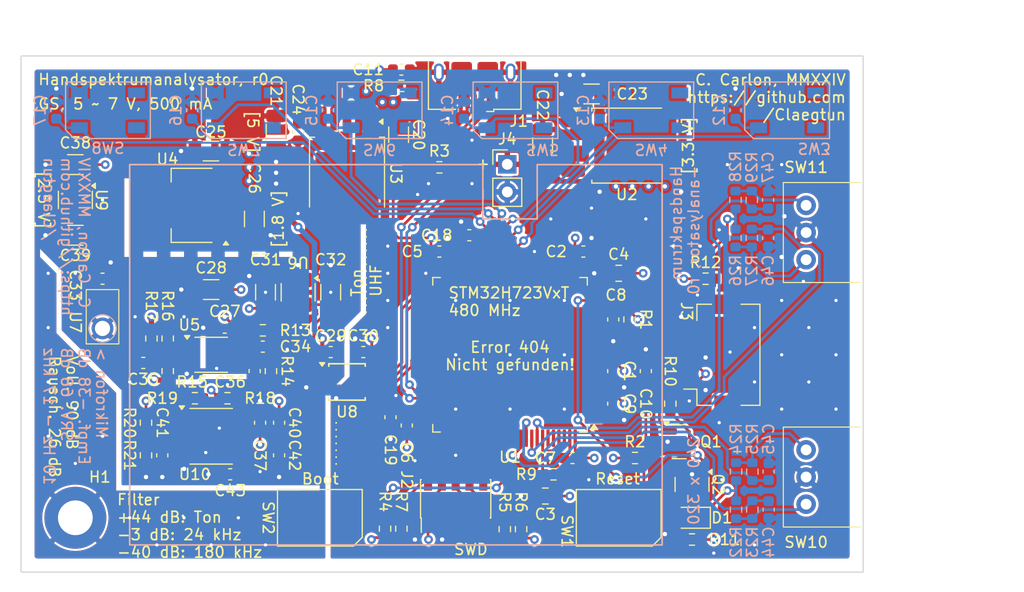
<source format=kicad_pcb>
(kicad_pcb (version 20240108) (generator "pcbnew") (generator_version "8.0")
  (layers (0 "F.Cu" signal) (1 "In1.Cu" signal) (2 "In2.Cu" signal) (31 "B.Cu" signal) (34 "B.Paste" user) (35 "F.Paste" user) (36 "B.SilkS" user "B.Silkscreen") (37 "F.SilkS" user "F.Silkscreen") (38 "B.Mask" user) (39 "F.Mask" user) (44 "Edge.Cuts" user))
  (net 0 "")
  (net 1 "+3V3")
  (net 2 "GNDA")
  (net 3 "/Prozessor/NRST")
  (net 4 "Net-(J1-Shield)")
  (net 5 "/Prozessor/SW_0")
  (net 6 "/Prozessor/SW_1")
  (net 7 "/Prozessor/SW_2")
  (net 8 "/Prozessor/SW_3")
  (net 9 "/Prozessor/SW_4")
  (net 10 "/Prozessor/SW_5")
  (net 11 "+5V")
  (net 12 "Net-(U3-CS)")
  (net 13 "+1V8")
  (net 14 "Net-(U6-VOUT)")
  (net 15 "+2V5")
  (net 16 "Net-(U5B--)")
  (net 17 "Net-(U7-OUT+)")
  (net 18 "Net-(U5A-+)")
  (net 19 "GNDREF")
  (net 20 "Net-(U5B-+)")
  (net 21 "Net-(U10-+)")
  (net 22 "Net-(U10-COMP)")
  (net 23 "Net-(D1-A)")
  (net 24 "/Prozessor/USB_OTG_HS_DM")
  (net 25 "/Prozessor/USB_OTG_HS_DP")
  (net 26 "VBUS")
  (net 27 "/Prozessor/JTMS_SWDIO")
  (net 28 "/Prozessor/JTCK_SWCLK")
  (net 29 "/Prozessor/NJTRST")
  (net 30 "/Prozessor/JTDO_SWO")
  (net 31 "/Prozessor/JTDI")
  (net 32 "/Prozessor/LCD_CS")
  (net 33 "/Prozessor/LCD_TE")
  (net 34 "/Prozessor/LCD_RESX")
  (net 35 "Net-(J3-Pin_3)")
  (net 36 "/Prozessor/LCD_SCL")
  (net 37 "/Prozessor/LCD_SDA")
  (net 38 "/Prozessor/LCD_DC")
  (net 39 "/Prozessor/LED_PWM")
  (net 40 "Net-(Q1-D)")
  (net 41 "Net-(U1-VREF+)")
  (net 42 "/Prozessor/BOOT")
  (net 43 "/Prozessor/LED_0")
  (net 44 "Net-(R13-Pad1)")
  (net 45 "Net-(U5A--)")
  (net 46 "/Analoge/TRIM8")
  (net 47 "/Analoge/TRIM1")
  (net 48 "/Prozessor/DK1_B")
  (net 49 "/Prozessor/DK0_B")
  (net 54 "/Prozessor/DK0_A")
  (net 73 "/Prozessor/DK1_A")
  (net 81 "Net-(R22-Pad1)")
  (net 84 "Net-(R24-Pad1)")
  (net 87 "Net-(R26-Pad1)")
  (net 90 "Net-(R28-Pad1)")
  (net 114 "Net-(C18-Pad2)")
  (net 115 "Net-(C19-Pad1)")
  (net 116 "Net-(C34-Pad1)")
  (net 117 "/Prozessor/AADU_SCK")
  (net 119 "/Prozessor/AADU_MISO")
  (net 120 "/Prozessor/AADU_CNVST")
  (net 121 "Net-(D1-K)")
  (footprint "Resistor_SMD:R_0603_1608Metric" (layer "F.Cu") (at 141.5 79.25 -90)
    (property "Reference" "R21")
    (property "Value" "100k")
  )
  (footprint "Capacitor_SMD:C_0603_1608Metric" (layer "F.Cu") (at 153.75 79.25 -90)
    (property "Reference" "C42")
    (property "Value" "1μ")
  )
  (footprint "Package_TO_SOT_SMD:SOT-23-5" (layer "F.Cu") (at 135 55.75 -90)
    (property "Reference" "U9")
    (property "Value" "LP5907MFX-2.5")
  )
  (footprint "Package_SO:MSOP-10_3x3mm_P0.5mm" (layer "F.Cu") (at 160 72.5)
    (property "Reference" "U8")
    (property "Value" "MCP33131")
  )
  (footprint "Resistor_SMD:R_0603_1608Metric" (layer "F.Cu") (at 189.75 74.5 90)
    (property "Reference" "R10")
    (property "Value" "100")
  )
  (footprint "Capacitor_SMD:C_0603_1608Metric" (layer "F.Cu") (at 165.5 76.5 90)
    (property "Reference" "C6")
    (property "Value" "100n")
  )
  (footprint "Connector_USB:USB_Micro-B_Amphenol_10118193-0001LF_Horizontal" (layer "F.Cu") (at 171.75 44 180)
    (property "Reference" "J1")
    (property "Value" "USB_B_Micro")
  )
  (footprint "Capacitor_SMD:C_1206_3216Metric" (layer "F.Cu") (at 182.5 45.9975 180)
    (property "Reference" "C23")
    (property "Value" "22μ")
  )
  (footprint "Resistor_SMD:R_0603_1608Metric" (layer "F.Cu") (at 186 66.75 90)
    (property "Reference" "R1")
    (property "Value" "47")
  )
  (footprint "Capacitor_SMD:C_1206_3216Metric" (layer "F.Cu") (at 147.475 51.25 180)
    (property "Reference" "C25")
    (property "Value" "10μ")
  )
  (footprint "Resistor_SMD:R_0603_1608Metric" (layer "F.Cu") (at 165 45.25 180)
    (property "Reference" "R8")
    (property "Value" "1M")
  )
  (footprint "Package_SO:MSOP-8_3x3mm_P0.65mm" (layer "F.Cu") (at 147.5 70)
    (property "Reference" "U5")
    (property "Value" "AD8656")
  )
  (footprint "Connector_FFC-FPC:Hirose_FH12-12S-0.5SH_1x12-1MP_P0.50mm_Horizontal" (layer "F.Cu") (at 193.5 70 90)
    (property "Reference" "J3")
    (property "Value" "Conn_01x12_Socket")
  )
  (footprint "Resistor_SMD:R_0603_1608Metric" (layer "F.Cu") (at 179 81 180)
    (property "Reference" "R9")
    (property "Value" "10k")
  )
  (footprint "Capacitor_SMD:C_1206_3216Metric" (layer "F.Cu") (at 152.5 64.25 90)
    (property "Reference" "C31")
    (property "Value" "1μ")
  )
  (footprint "Package_QFP:LQFP-100_14x14mm_P0.5mm" (layer "F.Cu") (at 175 70 180)
    (property "Reference" "U1")
    (property "Value" "STM32H723VETx")
  )
  (footprint "Rotary_Encoder:RotaryEncoder_Bourns_Horizontal_PEC09-2xxxF-Nxxxx" (layer "F.Cu") (at 202.25 83.75)
    (property "Reference" "SW10")
    (property "Value" "RotaryEncoder")
  )
  (footprint "Capacitor_SMD:C_0603_1608Metric" (layer "F.Cu") (at 137.5 63 180)
    (property "Reference" "C33")
    (property "Value" "100n")
  )
  (footprint "Capacitor_SMD:C_1206_3216Metric" (layer "F.Cu") (at 164.75 49.75 -90)
    (property "Reference" "C20")
    (property "Value" "330n")
  )
  (footprint "Resistor_SMD:R_0603_1608Metric" (layer "F.Cu") (at 193 63)
    (property "Reference" "R12")
    (property "Value" "10k")
  )
  (footprint "maßstandflächen:IM68A130A_hand" (layer "F.Cu") (at 137.5 67 -90)
    (property "Reference" "U7")
    (property "Value" "IM68A130A")
  )
  (footprint "Package_TO_SOT_SMD:TO-252-2" (layer "F.Cu") (at 185.84 50.75)
    (property "Reference" "U2")
    (property "Value" "AZ1117D-ADJ")
  )
  (footprint "Resistor_SMD:R_0603_1608Metric" (layer "F.Cu") (at 186.5 79.5)
    (property "Reference" "R2")
    (property "Value" "10k")
  )
  (footprint "Package_TO_SOT_SMD:SOT-23" (layer "F.Cu") (at 191.75 81.9375 -90)
    (property "Reference" "Q2")
    (property "Value" "2N7002")
  )
  (footprint "Resistor_SMD:R_0603_1608Metric" (layer "F.Cu") (at 142 68.5 -90)
    (property "Reference" "R17")
    (property "Value" "100")
  )
  (footprint "Capacitor_SMD:C_0603_1608Metric" (layer "F.Cu") (at 149.25 81 180)
    (property "Reference" "C43")
    (property "Value" "10p")
  )
  (footprint "Capacitor_SMD:C_1206_3216Metric" (layer "F.Cu") (at 178 50.7475 90)
    (property "Reference" "C22")
    (property "Value" "10μ")
  )
  (footprint "Resistor_SMD:R_0603_1608Metric" (layer "F.Cu") (at 191.75 87)
    (property "Reference" "R11")
    (property "Value" "650")
  )
  (footprint "Capacitor_SMD:C_1206_3216Metric" (layer "F.Cu") (at 135 52.5 180)
    (property "Reference" "C38")
    (property "Value" "1μ")
  )
  (footprint "Resistor_SMD:R_0603_1608Metric" (layer "F.Cu") (at 174.52 86.05 90)
    (property "Reference" "R5")
    (property "Value" "10k")
  )
  (footprint "Capacitor_SMD:C_0603_1608Metric" (layer "F.Cu") (at 158.5 69.75)
    (property "Reference" "C29")
    (property "Value" "1μ")
  )
  (footprint "Capacitor_SMD:C_1206_3216Metric" (layer "F.Cu") (at 153.475 49.5 -90)
    (property "Reference" "C21")
    (property "Value" "470n")
  )
  (footprint "Resistor_SMD:R_0603_1608Metric" (layer "F.Cu") (at 165 86 -90)
    (property "Reference" "R7")
    (property "Value" "10k")
  )
  (footprint "Capacitor_SMD:C_0603_1608Metric" (layer "F.Cu") (at 141.25 70.75)
    (property "Reference" "C35")
    (property "Value" "10μ")
  )
  (footprint "Capacitor_SMD:C_0603_1608Metric" (layer "F.Cu") (at 181.75 60.5)
    (property "Reference" "C2")
    (property "Value" "100n")
  )
  (footprint "Capacitor_SMD:C_0603_1608Metric" (layer "F.Cu") (at 148.75 67.5 180)
    (property "Reference" "C27")
    (property "Value" "100n")
  )
  (footprint "Resistor_SMD:R_0603_1608Metric" (layer "F.Cu") (at 146 74 180)
    (property "Reference" "R19")
    (property "Value" "50k")
  )
  (footprint "Resistor_SMD:R_0603_1608Metric" (layer "F.Cu") (at 176.02 86.05 90)
    (property "Reference" "R6")
    (property "Value" "10k")
  )
  (footprint "Capacitor_SMD:C_0603_1608Metric" (layer "F.Cu") (at 152.25 69.25 180)
    (property "Reference" "C34")
    (property "Value" "6.8n")
  )
  (footprint "maßstandflächen:häufige_kurzhubtaster" (layer "F.Cu") (at 185 85 90)
    (property "Reference" "SW1")
    (property "Value" "SW_Omron_B3FS")
  )
  (footprint "Resistor_SMD:R_0603_1608Metric" (layer "F.Cu") (at 141.5 76.25 -90)
    (property "Reference" "R20")
    (property "Value" "100k")
  )
  (footprint "Package_TO_SOT_SMD:TO-252-5_TabPin3" (layer "F.Cu") (at 160 53.29 -90)
    (property "Reference" "U3")
    (property "Value" "NJM12856DL3-05")
  )
  (footprint "Package_TO_SOT_SMD:SOT-23-6" (layer "F.Cu") (at 155.5 64.25 -90)
    (property "Reference" "U6")
    (property "Value" "REF3450T")
  )
  (footprint "Resistor_SMD:R_0603_1608Metric" (layer "F.Cu") (at 143.5 71.5 90)
    (property "Reference" "R15")
    (property "Value" "7.5k")
  )
  (footprint "Connector_PinHeader_1.27mm:PinHeader_2x05_P1.27mm_Vertical_SMD" (layer "F.Cu") (at 170 83.25 90)
    (property "Reference" "J2")
    (property "Value" "Conn_02x05_Odd_Even")
  )
  (footprint "Capacitor_SMD:C_0603_1608Metric" (layer "F.Cu") (at 152 76.25 90)
    (property "Reference" "C37")
    (property "Value" "100n")
  )
  (footprint "Package_SO:SOIC-8_3.9x4.9mm_P1.27mm" (layer "F.Cu") (at 147.5 77.5)
    (property "Reference" "U10")
    (property "Value" "LT1097S8")
  )
  (footprint "Capacitor_SMD:C_1206_3216Metric" (layer "F.Cu") (at 147.5 64 180)
    (property "Reference" "C28")
    (property "Value" "4.7μ")
  )
  (footprint "Capacitor_SMD:C_0603_1608Metric" (layer "F.Cu") (at 151.5 71.5 90)
    (property "Reference" "C36")
    (property "Value" "3n")
  )
  (footprint "Capacitor_SMD:C_0805_2012Metric" (layer "F.Cu") (at 178.25 83 180)
    (property "Reference" "C3")
    (property "Value" "4.7μ")
  )
  (footprint "Capacitor_SMD:C_0603_1608Metric" (layer "F.Cu") (at 155.5 49.5 -90)
    (property "Reference" "C24")
    (property "Value" "100n")
  )
  (footprint "Connector_PinHeader_2.54mm:PinHeader_1x02_P2.54mm_Vertical" (layer "F.Cu") (at 174.75 52.475)
    (property "Reference" "J4")
    (property "Value" "Conn_01x02_Pin")
  )
  (footprint "Capacitor_SMD:C_1206_3216Metric" (layer "F.Cu") (at 135 59 180)
    (property "Reference" "C39")
    (property "Value" "1μ, niederer ESR")
  )
  (footprint "Capacitor_SMD:C_0603_1608Metric" (layer "F.Cu") (at 171.25 59)
    (property "Reference" "C18")
    (property "Value" "100n")
  )
  (footprint "Capacitor_SMD:C_1206_3216Metric" (layer "F.Cu") (at 151.475 57.5 -90)
    (property "Reference" "C26")
    (property "Value" "22μ")
  )
  (footprint "Capacitor_SMD:C_0603_1608Metric" (layer "F.Cu") (at 165 43.75 180)
    (property "Reference" "C11")
    (property "Value" "4.7n")
  )
  (footprint "Capacitor_SMD:C_0603_1608Metric" (layer "F.Cu") (at 153.75 76.25 -90)
    (property "Reference" "C40")
    (property "Value" "1μ")
  )
  (footprint "Capacitor_SMD:C_0603_1608Metric" (layer "F.Cu") (at 187.5 71.5 90)
    (property "Reference" "C10")
    (property "Value" "100n")
  )
  (footprint "Capacitor_SMD:C_0603_1608Metric" (layer "F.Cu") (at 143 79.25 -90)
    (property "Reference" "C41")
    (property "Value" "100n")
  )
  (footprint "MountingHole:MountingHole_3.2mm_M3_ISO7380_Pad_TopBottom" (layer "F.Cu") (at 135 85)
    (property "Reference" "H1")
    (property "Value" "MountingHole_Pad")
  )
  (footprint "LED_SMD:LED_0805_2012Metric" (layer "F.Cu") (at 191.75 85 180)
    (property "Reference" "D1")
    (property "Value" "LED")
  )
  (footprint "Capacitor_SMD:C_0603_1608Metric" (layer "F.Cu") (at 168.5 60.5)
    (property "Reference" "C5")
    (property "Value" "100n")
  )
  (footprint "maßstandflächen:häufige_kurzhubtaster" (layer "F.Cu") (at 157.5 85 90)
    (property "Reference" "SW2")
    (property "Value" "SW_Omron_B3FS")
  )
  (footprint "Resistor_SMD:R_0603_1608Metric" (layer "F.Cu") (at 152.25 67.75)
    (property "Reference" "R13")
    (property "Value" "1k")
  )
  (footprint "Resistor_SMD:R_0603_1608Metric" (layer "F.Cu") (at 149 74 180)
    (property "Reference" "R18")
    (property "Value" "50k")
  )
  (footprint "Capacitor_SMD:C_1206_3216Metric" (layer "F.Cu") (at 158.5 64.25 90)
    (property "Reference" "C32")
    (property "Value" "10μ")
  )
  (footprint "Resistor_SMD:R_0603_1608Metric" (layer "F.Cu") (at 153 71.5 -90)
    (property "Reference" "R14")
    (property "Value" "2.1k")
  )
  (footprint "Resistor_SMD:R_0603_1608Metric" (layer "F.Cu") (at 168.5 52.75)
    (property "Reference" "R3")
    (property "Value" "1.5k")
  )
  (footprint "Rotary_Encoder:RotaryEncoder_Bourns_Horizontal_PEC09-2xxxF-Nxxxx" (layer "F.Cu") (at 202.25 61.25)
    (property "Reference" "SW11")
    (property "Value" "RotaryEncoder")
  )
  (footprint "Package_TO_SOT_SMD:SOT-23" (layer "F.Cu") (at 190.5625 78)
    (property "Reference" "Q1")
    (property "Value" "2N7002")
  )
  (footprint "Capacitor_SMD:C_0805_2012Metric" (layer "F.Cu") (at 185 62.5 180)
    (property "Reference" "C4")
    (property "Value" "1μ")
  )
  (footprint "Package_TO_SOT_SMD:SOT-223-3_TabPin2" (layer "F.Cu") (at 145.725 56.25 180)
    (property "Reference" "U4")
    (property "Value" "AZ1117H-ADJ")
  )
  (footprint "Capacitor_SMD:C_0603_1608Metric" (layer "F.Cu") (at 184.5 74.5 -90)
    (property "Reference" "C9")
    (property "Value" "100n")
  )
  (footprint "Capacitor_SMD:C_0603_1608Metric" (layer "F.Cu") (at 180.75 79.5 180)
    (property "Reference" "C7")
    (property "Value" "100n")
  )
  (footprint "Capacitor_SMD:C_0603_1608Metric" (layer "F.Cu") (at 184.5 71.5 -90)
    (property "Reference" "C1")
    (property "Value" "100n")
  )
  (footprint "Capacitor_SMD:C_0603_1608Metric" (layer "F.Cu") (at 161.5 69.75 180)
    (property "Reference" "C30")
    (property "Value" "100n")
  )
  (footprint "Capacitor_SMD:C_0603_1608Metric" (layer "F.Cu") (at 184.5 66.75 -90)
    (property "Reference" "C8")
    (property "Value" "100n")
  )
  (footprint "Resistor_SMD:R_0603_1608Metric" (layer "F.Cu") (at 143.5 68.5 90)
    (property "Reference" "R16")
    (property "Value" "16k")
  )
  (footprint "Capacitor_SMD:C_0603_1608Metric" (layer "F.Cu") (at 164 75.75 -90)
    (property "Reference" "C19")
    (property "Value" "100n")
  )
  (footprint "Resistor_SMD:R_0603_1608Metric" (layer "F.Cu") (at 163.5 86 90)
    (property "Reference" "R4")
    (property "Value" "10k")
  )
  (footprint "Resistor_SMD:R_0603_1608Metric" (layer "B.Cu") (at 197.25 59.25 -90)
    (property "Reference" "R27")
    (property "Value" "10k")
  )
  (footprint "Capacitor_SMD:C_0603_1608Metric" (layer "B.Cu") (at 198.8 80.75 90)
    (property "Reference" "C45")
    (property "Value" "10n")
  )
  (footprint "Capacitor_SMD:C_0603_1608Metric" (layer "B.Cu") (at 195.75 47.5 90)
    (property "Reference" "C12")
    (property "Value" "100n")
  )
  (footprint "maßstandflächen:häufige_kurzhubtaster" (layer "B.Cu") (at 200.5 47.5 90)
    (property "Reference" "SW3")
    (property "Value" "PTS 647 SM70 SMTR2 LFS")
  )
  (footprint "Capacitor_SMD:C_0603_1608Metric" (layer "B.Cu") (at 198.8 84.25 -90)
    (property "Reference" "C44")
    (property "Value" "10n")
  )
  (footprint "maßstandflächen:häufige_kurzhubtaster" (layer "B.Cu") (at 150.5 47.5 90)
    (property "Reference" "SW7")
    (property "Value" "PTS 647 SM70 SMTR2 LFS")
  )
  (footprint "maßstandflächen:häufige_kurzhubtaster" (layer "B.Cu") (at 163 47.5 90)
    (property "Reference" "SW6")
    (property "Value" "PTS 647 SM70 SMTR2 LFS")
  )
  (footprint "Resistor_SMD:R_0603_1608Metric" (layer "B.Cu") (at 197.25 55.75 90)
    (property "Reference" "R29")
    (property "Value" "10k")
  )
  (footprint "maßstandflächen:häufige_kurzhubtaster" (layer "B.Cu") (at 188 47.5 90)
    (property "Reference" "SW4")
    (property "Value" "PTS 647 SM70 SMTR2 LFS")
  )
  (footprint "Capacitor_SMD:C_0603_1608Metric" (layer "B.Cu") (at 145.75 47.5 90)
    (property "Reference" "C16")
    (property "Value" "100n")
  )
  (footprint "Resistor_SMD:R_0603_1608Metric" (layer "B.Cu") (at 195.75 59.25 90)
    (property "Reference" "R26")
    (property "Value" "10k")
  )
  (footprint "Resistor_SMD:R_0603_1608Metric" (layer "B.Cu") (at 195.8 80.75 -90)
    (property "Reference" "R24")
    (property "Value" "10k")
  )
  (footprint "maßstandflächen:häufige_kurzhubtaster" (layer "B.Cu") (at 138 47.5 90)
    (property "Reference" "SW8")
    (property "Value" "PTS 647 SM70 SMTR2 LFS")
  )
  (footprint "Capacitor_SMD:C_0603_1608Metric" (layer "B.Cu") (at 183.25 47.5 90)
    (property "Reference" "C13")
    (property "Value" "100n")
  )
  (footprint "Resistor_SMD:R_0603_1608Metric" (layer "B.Cu") (at 195.75 55.75 -90)
    (property "Reference" "R28")
    (property "Value" "10k")
  )
  (footprint "Capacitor_SMD:C_0603_1608Metric" (layer "B.Cu") (at 158.25 47.5 90)
    (property "Reference" "C15")
    (property "Value" "100n")
  )
  (footprint "Resistor_SMD:R_0603_1608Metric" (layer "B.Cu") (at 197.3 80.75 90)
    (property "Reference" "R25")
    (property "Value" "10k")
  )
  (footprint "Capacitor_SMD:C_0603_1608Metric" (layer "B.Cu") (at 198.75 55.75 90)
    (property "Reference" "C47")
    (property "Value" "10n")
  )
  (footprint "Resistor_SMD:R_0603_1608Metric" (layer "B.Cu") (at 195.8 84.25 90)
    (property "Reference" "R22")
    (property "Value" "10k")
  )
  (footprint "Resistor_SMD:R_0603_1608Metric" (layer "B.Cu") (at 197.3 84.25 -90)
    (property "Reference" "R23")
    (property "Value" "10k")
  )
  (footprint "Capacitor_SMD:C_0603_1608Metric" (layer "B.Cu") (at 133.25 47.5 90)
    (property "Reference" "C17")
    (property "Value" "100n")
  )
  (footprint "maßstandflächen:häufige_kurzhubtaster" (layer "B.Cu") (at 175.5 47.5 90)
    (property "Reference" "SW5")
    (property "Value" "PTS 647 SM70 SMTR2 LFS")
  )
  (footprint "Capacitor_SMD:C_0603_1608Metric" (layer "B.Cu") (at 170.75 47.5 90)
    (property "Reference" "C14")
    (property "Value" "100n")
  )
  (footprint "Capacitor_SMD:C_0603_1608Metric" (layer "B.Cu") (at 198.75 59.25 -90)
    (property "Reference" "C46")
    (property "Value" "10n")
  )
  (gr_poly (pts (xy 189 87.5) (xy 189 52.5) (xy 177.5 52.5) (xy 177.5 57.5) (xy 172.5 57.5) (xy 172.5 52.5) (xy 140 52.5) (xy 140 87.5)) (stroke (width 0.153)) (fill none) (layer "B.SilkS"))
  (gr_line (start 161.75 58.5) (end 161.75 66.25) (stroke (width 0.15) (type dot)) (layer "F.SilkS"))
  (gr_line (start 159 76.25) (end 159 80.25) (stroke (width 0.15) (type dot)) (layer "F.SilkS"))
  (gr_rect (start 130 42.5) (end 207.5 90) (stroke (width 0.1)) (fill none) (layer "Edge.Cuts"))
  (gr_text "Mikrofon >\nEmpf. -38 dB\nSRV. 68 dB\n10 Hz - 17 kHz" (at 132 69.25 270) (layer "B.SilkS") (effects (font (size 1 1) (thickness 0.153)) (justify right bottom mirror)))
  (gr_text "240 x 320" (at 192.5 77.5 90) (layer "B.SilkS") (effects (font (size 1 1) (thickness 0.153)) (justify left bottom mirror)))
  (gr_text "C. Carlon, MMXXIV\nhttps://github.com\n/Claegtun" (at 132 51.75 270) (layer "B.SilkS") (effects (font (size 1 1) (thickness 0.153)) (justify right bottom mirror)))
  (gr_text "Handspektrum\n-analysator, r0" (at 192.5 52.5 90) (layer "B.SilkS") (effects (font (size 1 1) (thickness 0.153)) (justify left bottom mirror)))
  (gr_text "[1.8 V]" (at 154.25 57.5 90) (layer "F.SilkS") (effects (font (size 1 1) (thickness 0.153)) (justify bottom)))
  (gr_text "+  -" (at 172 51.75 270) (layer "F.SilkS") (effects (font (size 1 1) (thickness 0.153)) (justify left bottom)))
  (gr_text "Handspektrumanalysator, r0" (at 131.5 45.25 0) (layer "F.SilkS") (effects (font (size 1 1) (thickness 0.153)) (justify left bottom)))
  (gr_text "[5 V]" (at 150.75 49.5 270) (layer "F.SilkS") (effects (font (size 1 1) (thickness 0.153)) (justify bottom)))
  (gr_text "Reset" (at 182.75 82 0) (layer "F.SilkS") (effects (font (size 1 1) (thickness 0.153)) (justify left bottom)))
  (gr_text "[3.3 V]" (at 192 50.75 90) (layer "F.SilkS") (effects (font (size 1 1) (thickness 0.153)) (justify bottom)))
  (gr_text "Ton" (at 161.5 64.75 90) (layer "F.SilkS") (effects (font (size 1 1) (thickness 0.153)) (justify left bottom)))
  (gr_text "STM32H723VxT\n480 MHz" (at 169.25 66.5 0) (layer "F.SilkS") (effects (font (size 1 1) (thickness 0.153)) (justify left bottom)))
  (gr_text "Boot" (at 155.75 82 0) (layer "F.SilkS") (effects (font (size 1 1) (thickness 0.153)) (justify left bottom)))
  (gr_text "GS, 5 ~ 7 V, 500 mA" (at 131.5 47.5 0) (layer "F.SilkS") (effects (font (size 1 1) (thickness 0.153)) (justify left bottom)))
  (gr_text "SWD" (at 169.75 88.5 0) (layer "F.SilkS") (effects (font (size 1 1) (thickness 0.153)) (justify left bottom)))
  (gr_text "UHF" (at 163.25 64.75 90) (layer "F.SilkS") (effects (font (size 1 1) (thickness 0.153)) (justify left bottom)))
  (gr_text "Filter\n+44 dB: Ton\n-3 dB: 24 kHz\n-40 dB: 180 kHz" (at 138.75 88.75 0) (layer "F.SilkS") (effects (font (size 1 1) (thickness 0.153)) (justify left bottom)))
  (gr_text "C. Carlon, MMXXIV\nhttps://github.com\n/Claegtun" (at 206 48.5 0) (layer "F.SilkS") (effects (font (size 1 1) (thickness 0.153)) (justify right bottom)))
  (gr_text "Voll. 90 dB\nRausch. 26 dB" (at 132.5 70 270) (layer "F.SilkS") (effects (font (size 1 1) (thickness 0.153)) (justify left bottom)))
  (gr_text "Error 404\nNicht gefunden!" (at 175 71.5 0) (layer "F.SilkS") (effects (font (size 1 1) (thickness 0.153)) (justify bottom)))
  (gr_text "[2.5 V]" (at 131.5 55.75 270) (layer "F.SilkS") (effects (font (size 1 1) (thickness 0.153)) (justify bottom)))
  (segment (start 179.2 83) (end 179.2 81.625) (width 0.25) (layer "F.Cu") (net 1))
  (segment (start 192.474695 71.25) (end 192.974695 71.75) (width 0.25) (layer "F.Cu") (net 1))
  (segment (start 162.275 71.425) (end 162.2 71.5) (width 0.25) (layer "F.Cu") (net 1))
  (segment (start 167.725 61.05) (end 169 62.325) (width 0.25) (layer "F.Cu") (net 1))
  (segment (start 193.75 83.75) (end 193.75 87) (width 0.25) (layer "F.Cu") (net 1))
  (segment (start 167.725 60.5) (end 167.725 61.05) (width 0.25) (layer "F.Cu") (net 1))
  (segment (start 186.95 49.5) (end 187.1 49.5) (width 0.5) (layer "F.Cu") (net 1))
  (segment (start 195 59) (end 192.175 61.825) (width 0.25) (layer "F.Cu") (net 1))
  (segment (start 192.474695 72.25) (end 192.974695 71.75) (width 0.25) (layer "F.Cu") (net 1))
  (segment (start 185.675 79.5) (end 184.5 79.5) (width 0.25) (layer "F.Cu") (net 1))
  (segment (start 167.275 52.75) (end 164.25 55.775) (width 0.25) (layer "F.Cu") (net 1))
  (segment (start 167.675 52.75) (end 167.275 52.75) (width 0.25) (layer "F.Cu") (net 1))
  (segment (start 167.725 59.275) (end 167.75 59.25) (width 0.25) (layer "F.Cu") (net 1))
  (segment (start 164.25 55.775) (end 164.25 58.75) (width 0.25) (layer "F.Cu") (net 1))
  (segment (start 165.5 77.275) (end 165.5 77.25) (width 0.25) (layer "F.Cu") (net 1))
  (segment (start 180.5 60.975) (end 180.975 60.5) (width 0.25) (layer "F.Cu") (net 1))
  (segment (start 162.425 86.825) (end 162.25 87) (width 0.25) (layer "F.Cu") (net 1))
  (segment (start 184.225 71) (end 182.675 71) (width 0.25) (layer "F.Cu") (net 1))
  (segment (start 181 77.675) (end 181 78.975) (width 0.25) (layer "F.Cu") (net 1))
  (segment (start 180.975 59.275) (end 181 59.25) (width 0.25) (layer "F.Cu") (net 1))
  (segment (start 192.175 63) (end 191 63) (width 0.25) (layer "F.Cu") (net 1))
  (segment (start 165.5 77.275) (end 165.5 78.5) (width 0.25) (layer "F.Cu") (net 1))
  (segment (start 181 78.975) (end 181.525 79.5) (width 0.25) (layer "F.Cu") (net 1))
  (segment (start 185.95 65.975) (end 186 65.925) (width 0.25) (layer "F.Cu") (net 1))
  (segment (start 165.5 77.275) (end 166.05 77.275) (width 0.25) (layer "F.Cu") (net 1))
  (segment (start 162.2 72) (end 162.2 71.5) (width 0.25) (layer "F.Cu") (net 1))
  (segment (start 195 82.5) (end 193.75 83.75) (width 0.25) (layer "F.Cu") (net 1))
  (segment (start 184.475 66) (end 184.5 65.975) (width 0.25) (layer "F.Cu") (net 1))
  (segment (start 167.46 86.96) (end 167.5 87) (width 0.25) (layer "F.Cu") (net 1))
  (segment (start 191.65 71.25) (end 192.474695 71.25) (width 0.25) (layer "F.Cu") (net 1))
  (segment (start 162.275 68.525) (end 162.25 68.5) (width 0.25) (layer "F.Cu") (net 1))
  (segment (start 174.52 86.875) (end 176.02 86.875) (width 0.25) (layer "F.Cu") (net 1))
  (segment (start 180.025 81) (end 181.525 79.5) (width 0.25) (layer "F.Cu") (net 1))
  (segment (start 162.275 69.75) (end 162.275 68.525) (width 0.25) (layer "F.Cu") (net 1))
  (segment (start 192.974695 71.75) (end 193 71.75) (width 0.25) (layer "F.Cu") (net 1))
  (segment (start 195 57.5) (end 195 59) (width 0.25) (layer "F.Cu") (net 1))
  (segment (start 179.2 83) (end 180.5 83) (width 0.25) (layer "F.Cu") (net 1))
  (segment (start 167.725 60.5) (end 167.725 59.275) (width 0.25) (layer "F.Cu") (net 1))
  (segment (start 186 65.976873) (end 186.760398 66.737271) (width 0.25) (layer "F.Cu") (net 1))
  (segment (start 177.125 86.875) (end 177.25 87) (width 0.25) (layer "F.Cu") (net 1))
  (segment (start 184.5 65.975) (end 185.95 65.975) (width 0.25) (layer "F.Cu") (net 1))
  (segment (start 180.5 62.325) (end 180.5 60.975) (width 0.25) (layer "F.Cu") (net 1))
  (segment (start 182.675 66) (end 184.475 66) (width 0.25) (layer "F.Cu") (net 1))
  (segment (start 191.65 72.25) (end 192.474695 72.25) (width 0.25) (layer "F.Cu") (net 1))
  (segment (start 167.46 85.2) (end 167.46 86.96) (width 0.25) (layer "F.Cu") (net 1))
  (segment (start 162.275 69.75) (end 162.275 71.425) (width 0.25) (layer "F.Cu") (net 1))
  (segment (start 186 65.925) (end 186 65.976873) (width 0.25) (layer "F.Cu") (net 1))
  (segment (start 164.25 58.75) (end 164.75 59.25) (width 0.25) (layer "F.Cu") (net 1))
  (segment (start 166.05 77.275) (end 167.325 76) (width 0.25) (layer "F.Cu") (net 1))
  (segment (start 164.75 59.25) (end 167.75 59.25) (width 0.25) (layer "F.Cu") (net 1))
  (segment (start 163.5 86.825) (end 162.425 86.825) (width 0.25) (layer "F.Cu") (net 1))
  (segment (start 179.2 81.625) (end 179.825 81) (width 0.25) (layer "F.Cu") (net 1))
  (segment (start 192.175 61.825) (end 192.175 63) (width 0.25) (layer "F.Cu") (net 1))
  (segment (start 184.275 73.5) (end 182.675 73.5) (width 0.25) (layer "F.Cu") (net 1))
  (segment (start 179.825 81) (end 180.025 81) (width 0.25) (layer "F.Cu") (net 1))
  (segment (start 184.5 73.725) (end 184.275 73.5) (width 0.25) (layer "F.Cu") (net 1))
  (segment (start 180.975 60.5) (end 180.975 59.275) (width 0.25) (layer "F.Cu") (net 1))
  (segment (start 184.725 70.725) (end 184.5 70.725) (width 0.25) (layer "F.Cu") (net 1))
  (segment (start 185.95 62.5) (end 187.25 62.5) (width 0.25) (layer "F.Cu") (net 1))
  (segment (start 184.5 73.725) (end 184.725 73.725) (width 0.25) (layer "F.Cu") (net 1))
  (segment (start 176.02 86.875) (end 177.125 86.875) (width 0.25) (layer "F.Cu") (net 1))
  (segment (start 184.725 73.725) (end 185.5 74.5) (width 0.25) (layer "F.Cu") (net 1))
  (segment (start 181.525 79.5) (end 182.75 79.5) (width 0.25) (layer "F.Cu") (net 1))
  (segment (start 184.5 70.725) (end 184.225 71) (width 0.25) (layer "F.Cu") (net 1))
  (segment (start 192.575 87) (end 193.75 87) (width 0.25) (layer "F.Cu") (net 1))
  (segment (start 185.5 71.5) (end 184.725 70.725) (width 0.25) (layer "F.Cu") (net 1))
  (via (at 182.75 79.5) (size 0.8) (drill 0.4) (layers "F.Cu" "B.Cu") (net 1))
  (via (at 195 82.5) (size 0.8) (drill 0.4) (layers "F.Cu" "B.Cu") (net 1))
  (via (at 185.5 71.5) (size 0.8) (drill 0.4) (layers "F.Cu" "B.Cu") (net 1))
  (via (at 189.25 54.5) (size 0.8) (drill 0.4) (layers "F.Cu" "B.Cu") (net 1))
  (via (at 195 57.5) (size 0.8) (drill 0.4) (layers "F.Cu" "B.Cu") (net 1))
  (via (at 162.25 87) (size 0.8) (drill 0.4) (layers "F.Cu" "B.Cu") (net 1))
  (via (at 167.75 59.25) (size 0.8) (drill 0.4) (layers "F.Cu" "B.Cu") (net 1))
  (via (at 165.5 78.5) (size 0.8) (drill 0.4) (layers "F.Cu" "B.Cu") (net 1))
  (via (at 162.25 68.5) (size 0.8) (drill 0.4) (layers "F.Cu" "B.Cu") (net 1))
  (via (at 186.760398 66.737271) (size 0.8) (drill 0.4) (layers "F.Cu" "B.Cu") (net 1))
  (via (at 184.5 79.5) (size 0.8) (drill 0.4) (layers "F.Cu" "B.Cu") (net 1))
  (via (at 187.75 54.5) (size 0.8) (drill 0.4) (layers "F.Cu" "B.Cu") (net 1))
  (via (at 193.75 87) (size 0.8) (drill 0.4) (layers "F.Cu" "B.Cu") (net 1))
  (via (at 193 71.75) (size 0.8) (drill 0.4) (layers "F.Cu" "B.Cu") (net 1))
  (via (at 187.25 62.5) (size 0.8) (drill 0.4) (layers "F.Cu" "B.Cu") (net 1))
  (via (at 184.75 54.5) (size 0.8) (drill 0.4) (layers "F.Cu" "B.Cu") (net 1))
  (via (at 167.5 87) (size 0.8) (drill 0.4) (layers "F.Cu" "B.Cu") (net 1))
  (via (at 177.25 87) (size 0.8) (drill 0.4) (layers "F.Cu" "B.Cu") (net 1))
  (via (at 186.25 54.5) (size 0.8) (drill 0.4) (layers "F.Cu" "B.Cu") (net 1))
  (via (at 180.5 83) (size 0.8) (drill 0.4) (layers "F.Cu" "B.Cu") (net 1))
  (via (at 185.5 74.5) (size 0.8) (drill 0.4) (layers "F.Cu" "B.Cu") (net 1))
  (via (at 181 59.25) (size 0.8) (drill 0.4) (layers "F.Cu" "B.Cu") (net 1))
  (via (at 191 63) (size 0.8) (drill 0.4) (layers "F.Cu" "B.Cu") (net 1))
  (segment (start 195.75 57.5) (end 195.75 58.425) (width 0.25) (layer "B.Cu") (net 1))
  (segment (start 195.75 57.5) (end 195 57.5) (width 0.25) (layer "B.Cu") (net 1))
  (segment (start 195.75 56.575) (end 195.75 57.5) (width 0.25) (layer "B.Cu") (net 1))
  (segment (start 195.8 81.575) (end 195.8 82.5) (width 0.25) (layer "B.Cu") (net 1))
  (segment (start 195.8 82.5) (end 195 82.5) (width 0.25) (layer "B.Cu") (net 1))
  (segment (start 195.8 82.5) (end 195.8 83.425) (width 0.25) (layer "B.Cu") (net 1))
  (segment (start 148.875 58.55) (end 151.05 58.55) (width 0.5) (layer "F.Cu") (net 2))
  (segment (start 146 51.25) (end 144.725 51.25) (width 0.25) (layer "F.Cu") (net 2))
  (segment (start 152.5 62.775) (end 151.025 62.775) (width 0.25) (layer "F.Cu") (net 2))
  (segment (start 165.725 75.5) (end 167.325 75.5) (width 0.25) (layer "F.Cu") (net 2))
  (segment (start 133.525 52.5) (end 132.25 52.5) (width 0.25) (layer "F.Cu") (net 2))
  (segment (start 184.05 62.5) (end 182.75 62.5) (width 0.25) (layer "F.Cu") (net 2))
  (segment (start 192.5 70.75) (end 191.65 70.75) (width 0.25) (layer "F.Cu") (net 2))
  (segment (start 155.5 63.1125) (end 155.5 61.75) (width 0.25) (layer "F.Cu") (net 2))
  (segment (start 157.8 73) (end 156.25 73) (width 0.25) (layer "F.Cu") (net 2))
  (segment (start 169.275 59.275) (end 169.25 59.25) (width 0.25) (layer "F.Cu") (net 2))
  (segment (start 191.65 66.65) (end 191.65 67.25) (width 0.25) (layer "F.Cu") (net 2))
  (segment (start 184.775 75.275) (end 184.5 75.275) (width 0.25) (layer "F.Cu") (net 2))
  (segment (start 164.175 43.8) (end 164.225 43.75) (width 0.25) (layer "F.Cu") (net 2))
  (segment (start 160.725 69.75) (end 160.725 68.525) (width 0.25) (layer "F.Cu") (net 2))
  (segment (start 169.5 62.325) (end 169.5 60.725) (width 0.25) (layer "F.Cu") (net 2))
  (segment (start 182.675 67) (end 183.629552 67) (width 0.25) (layer "F.Cu") (net 2))
  (segment (start 180.8 48.47) (end 180.8 46.2225) (width 0.5) (layer "F.Cu") (net 2))
  (segment (start 164.225 43.75) (end 163 43.75) (width 0.25) (layer "F.Cu") (net 2))
  (segment (start 137.5 63.775) (end 138.275 63) (width 0.25) (layer "F.Cu") (net 2))
  (segment (start 170.475 59) (end 170.475 59.05) (width 0.25) (layer "F.Cu") (net 2))
  (segment (start 182.2625 60.5) (end 182.525 60.5) (width 0.25) (layer "F.Cu") (net 2))
  (segment (start 170.475 59) (end 170.475 57.775) (width 0.25) (layer "F.Cu") (net 2))
  (segment (start 181.025 45.9975) (end 179.75 45.9975) (width 0.25) (layer "F.Cu") (net 2))
  (segment (start 151.05 58.55) (end 151.475 58.975) (width 0.5) (layer "F.Cu") (net 2))
  (segment (start 169.5 60.725) (end 169.275 60.5) (width 0.25) (layer "F.Cu") (net 2))
  (segment (start 148.475 81) (end 147.25 81) (width 0.25) (layer "F.Cu") (net 2))
  (segment (start 183.629552 67) (end 184.154552 67.525) (width 0.25) (layer "F.Cu") (net 2))
  (segment (start 165.5 75.725) (end 165.725 75.5) (width 0.25) (layer "F.Cu") (net 2))
  (segment (start 165.5 75.725) (end 164.8 75.725) (width 0.25) (layer "F.Cu") (net 2))
  (segment (start 191.5 66.5) (end 191.65 66.65) (width 0.25) (layer "F.Cu") (net 2))
  (segment (start 138.275 61.525) (end 138.25 61.5) (width 0.25) (layer "F.Cu") (net 2))
  (segment (start 137.5 65.91) (end 137.5 63.775) (width 0.25) (layer "F.Cu") (net 2))
  (segment (start 152 75.475) (end 152 74.25) (width 0.25) (layer "F.Cu") (net 2))
  (segment (start 164 76.525) (end 164 77.75) (width 0.25) (layer "F.Cu") (net 2))
  (segment (start 187.625 86.6) (end 189.15 86.6) (width 0.25) (layer "F.Cu") (net 2))
  (segment (start 190.75 66.5) (end 191.5 66.5) (width 0.25) (layer "F.Cu") (net 2))
  (segment (start 145.025 79.405) (end 145.025 80.475) (width 0.25) (layer "F.Cu") (net 2))
  (segment (start 179.975 79.5) (end 178.75 79.5) (width 0.25) (layer "F.Cu") (net 2))
  (segment (start 135 54.6125) (end 135 53.975) (width 0.25) (layer "F.Cu") (net 2))
  (segment (start 157.8 73) (end 157.8 73.5) (width 0.25) (layer "F.Cu") (net 2))
  (segment (start 146.775306 67.5) (end 146.762653 67.512653) (width 0.25) (layer "F.Cu") (net 2))
  (segment (start 169.275 60.5) (end 169.275 60.2) (width 0.25) (layer "F.Cu") (net 2))
  (segment (start 189.15 86.6) (end 189.25 86.5) (width 0.25) (layer "F.Cu") (net 2))
  (segment (start 138.275 63) (end 138.275 61.525) (width 0.25) (layer "F.Cu") (net 2))
  (segment (start 190.8 81) (end 191.75 81) (width 0.25) (layer "F.Cu") (net 2))
  (segment (start 181 61.7625) (end 182.2625 60.5) (width 0.25) (layer "F.Cu") (net 2))
  (segment (start 153.75 80.025) (end 153.75 81.25) (width 0.25) (layer "F.Cu") (net 2))
  (segment (start 187.5 70.725) (end 187.5 69.5) (width 0.25) (layer "F.Cu") (net 2))
  (segment (start 146.025 64) (end 144.75 64) (width 0.25) (layer "F.Cu") (net 2))
  (segment (start 133.525 59) (end 132.25 59) (width 0.25) (layer "F.Cu") (net 2))
  (segment (start 141.5 80.075) (end 141.5 81.25) (width 0.25) (layer "F.Cu") (net 2))
  (segment (start 170.475 57.775) (end 170.5 57.75) (width 0.25) (layer "F.Cu") (net 2))
  (segment (start 184.154552 67.525) (end 184.5 67.525) (width 0.25) (layer "F.Cu") (net 2))
  (segment (start 179.975 79.5) (end 180.5 78.975) (width 0.25) (layer "F.Cu") (net 2))
  (segment (start 180.8 46.2225) (end 181.025 45.9975) (width 0.5) (layer "F.Cu") (net 2))
  (segment (start 159.275 68.525) (end 159.25 68.5) (width 0.25) (layer "F.Cu") (net 2))
  (segment (start 184.775 72.275) (end 184.5 72.275) (width 0.25) (layer "F.Cu") (net 2))
  (segment (start 158.5 73.5) (end 157.8 73.5) (width 0.25) (layer "F.Cu") (net 2))
  (segment (start 166.075 86.825) (end 166.25 87) (width 0.25) (layer "F.Cu") (net 2))
  (segment (start 164.8 75.725) (end 164 76.525) (width 0.25) (layer "F.Cu") (net 2))
  (segment (start 183.725 71.5) (end 182.675 71.5) (width 0.25) (layer "F.Cu") (net 2))
  (segment (start 153.475 50.975) (end 153.475 52.25) (width 0.25) (layer "F.Cu") (net 2))
  (segment (start 193 70.25) (end 192.5 70.75) (width 0.25) (layer "F.Cu") (net 2))
  (segment (start 168.73 86.98) (end 168.75 87) (width 0.25) (layer "F.Cu") (net 2))
  (segment (start 151.025 62.775) (end 151 62.75) (width 0.25) (layer "F.Cu") (net 2))
  (segment (start 193 73.25) (end 192.5 72.75) (width 0.25) (layer "F.Cu") (net 2))
  (segment (start 181 62.325) (end 181 61.7625) (width 0.25) (layer "F.Cu") (net 2))
  (segment (start 192.5 72.75) (end 191.65 72.75) (width 0.25) (layer "F.Cu") (net 2))
  (segment (start 164.175 45.25) (end 164.175 43.8) (width 0.25) (layer "F.Cu") (net 2))
  (segment (start 184.5 72.275) (end 183.725 71.5) (width 0.25) (layer "F.Cu") (net 2))
  (segment (start 159.275 69.75) (end 159.275 68.525) (width 0.25) (layer "F.Cu") (net 2))
  (segment (start 169.275 60.5) (end 169.275 59.275) (width 0.25) (layer "F.Cu") (net 2))
  (segment (start 143 80.025) (end 143 81.25) (width 0.25) (layer "F.Cu") (net 2))
  (segment (start 158.5 61.75) (end 158.5 62.775) (width 0.25) (layer "F.Cu") (net 2))
  (segment (start 168.73 85.2) (end 172.54 85.2) (width 0.5) (layer "F.Cu") (net 2))
  (segment (start 165 86.825) (end 166.075 86.825) (width 0.25) (layer "F.Cu") (net 2))
  (segment (start 185.5 73) (end 184.775 72.275) (width 0.25) (layer "F.Cu") (net 2))
  (segment (start 159 74) (end 158.5 73.5) (width 0.25) (layer "F.Cu") (net 2))
  (segment (start 160.725 68.525) (end 160.75 68.5) (width 0.25) (layer "F.Cu") (net 2))
  (segment (start 151.475 58.975) (end 152.95 58.975) (width 0.375) (layer "F.Cu") (net 2))
  (segment (start 147.975 67.5) (end 146.775306 67.5) (width 0.25) (layer "F.Cu") (net 2))
  (segment (start 168.73 85.2) (end 168.73 86.98) (width 0.25) (layer "F.Cu") (net 2))
  (segment (start 189.625 78.95) (end 189.625 78.125) (width 0.25) (layer "F.Cu") (net 2))
  (segment (start 182.525 59.275) (end 182.5 59.25) (width 0.25) (layer "F.Cu") (net 2))
  (segment (start 135 53.975) (end 133.525 52.5) (width 0.25) (layer "F.Cu") (net 2))
  (segment (start 152.95 58.975) (end 152.975 59) (width 0.25) (layer "F.Cu") (net 2))
  (segment (start 189.625 78.125) (end 189.5 78) (width 0.25) (layer "F.Cu") (net 2))
  (segment (start 185.5 76) (end 184.775 75.275) (width 0.25) (layer "F.Cu") (net 2))
  (segment (start 180.5 78.975) (end 180.5 77.675) (width 0.25) (layer "F.Cu") (net 2))
  (segment (start 145.3875 71.6125) (end 145.25 71.75) (width 0.25) (layer "F.Cu") (net 2))
  (segment (start 177.3 83) (end 176 83) (width 0.25) (layer "F.Cu") (net 2))
  (segment (start 145.3875 70.975) (end 145.3875 71.6125) (width 0.25) (layer "F.Cu") (net 2))
  (segment (start 182.525 60.5) (end 182.525 59.275) (width 0.25) (layer "F.Cu") (net 2))
  (segment (start 145.025 80.475) (end 145 80.5) (width 0.25) (layer "F.Cu") (net 2))
  (segment (start 184.5 67.525) (end 184.5 68.75) (width 0.25) (layer "F.Cu") (net 2))
  (via (at 193.75 88.25) (size 0.6) (drill 0.3) (layers "F.Cu" "B.Cu") (net 2))
  (via (at 155.5 61.75) (size 0.8) (drill 0.4) (layers "F.Cu" "B.Cu") (net 2))
  (via (at 145 80.5) (size 0.8) (drill 0.4) (layers "F.Cu" "B.Cu") (net 2))
  (via (at 155.75 67.5) (size 0.6) (drill 0.3) (layers "F.Cu" "B.Cu") (net 2))
  (via (at 132.5 62.5) (size 0.6) (drill 0.3) (layers "F.Cu" "B.Cu") (net 2))
  (via (at 194.25 76.25) (size 0.6) (drill 0.3) (layers "F.Cu" "B.Cu") (net 2))
  (via (at 132.5 77.5) (size 0.6) (drill 0.3) (layers "F.Cu" "B.Cu") (net 2))
  (via (at 135 62.5) (size 0.6) (drill 0.3) (layers "F.Cu" "B.Cu") (net 2))
  (via (at 171.5 54.25) (size 0.6) (drill 0.3) (layers "F.Cu" "B.Cu") (net 2))
  (via (at 182.5 59.25) (size 0.8) (drill 0.4) (layers "F.Cu" "B.Cu") (net 2))
  (via (at 205 75) (size 0.6) (drill 0.3) (layers "F.Cu" "B.Cu") (net 2))
  (via (at 179.75 45.9975) (size 0.8) (drill 0.4) (layers "F.Cu" "B.Cu") (net 2))
  (via (at 190.75 55) (size 0.8) (drill 0.4) (layers "F.Cu" "B.Cu") (net 2))
  (via (at 163.75 65) (size 0.6) (drill 0.3) (layers "F.Cu" "B.Cu") (net 2))
  (via (at 153.475 52.25) (size 0.8) (drill 0.4) (layers "F.Cu" "B.Cu") (net 2))
  (via (at 187.5 69.5) (size 0.8) (drill 0.4) (layers "F.Cu" "B.Cu") (net 2))
  (via (at 163.75 62.5) (size 0.6) (drill 0.3) (layers "F.Cu" "B.Cu") (net 2))
  (via (at 158.5 64.25) (size 0.6) (drill 0.3) (layers "F.Cu" "B.Cu") (net 2))
  (via (at 145 66.5) (size 0.6) (drill 0.3) (layers "F.Cu" "B.Cu") (net 2))
  (via (at 147.25 81) (size 0.8) (drill 0.4) (layers "F.Cu" "B.Cu") (net 2))
  (via (at 147.5 87.5) (size 0.6) (drill 0.3) (layers "F.Cu" "B.Cu") (net 2))
  (via (at 200.25 57.25) (size 0.8) (drill 0.4) (layers "F.Cu" "B.Cu") (net 2))
  (via (at 132.5 67.5) (size 0.6) (drill 0.3) (layers "F.Cu" "B.Cu") (net 2))
  (via (at 195.75 45.5) (size 0.8) (drill 0.4) (layers "F.Cu" "B.Cu") (net 2))
  (via (at 132.5 72.5) (size 0.6) (drill 0.3) (layers "F.Cu" "B.Cu") (net 2))
  (via (at 140 72.5) (size 0.6) (drill 0.3) (layers "F.Cu" "B.Cu") (net 2))
  (via (at 171.5 50.25) (size 0.6) (drill 0.3) (layers "F.Cu" "B.Cu") (net 2))
  (via (at 182.5 56.5) (size 0.6) (drill 0.3) (layers "F.Cu" "B.Cu") (net 2))
  (via (at 180 75) (size 0.6) (drill 0.3) (layers "F.Cu" "B.Cu") (net 2))
  (via (at 148 71.25) (size 0.6) (drill 0.3) (layers "F.Cu" "B.Cu") (net 2))
  (via (at 180 70) (size 0.6) (drill 0.3) (layers "F.Cu" "B.Cu") (net 2))
  (via (at 166.5 55.25) (size 0.6) (drill 0.3) (layers "F.Cu" "B.Cu") (net 2))
  (via (at 170.5 57.75) (size 0.8) (drill 0.4) (layers "F.Cu" "B.Cu") (net 2))
  (via (at 176 83) (size 0.8) (drill 0.4) (layers "F.Cu" "B.Cu") (net 2))
  (via (at 164 77.75) (size 0.8) (drill 0.4) (layers "F.Cu" "B.Cu") (net 2))
  (via (at 197.5 72.5) (size 0.6) (drill 0.3) (layers "F.Cu" "B.Cu") (net 2))
  (via (at 167.5 54.25) (size 0.6) (drill 0.3) (layers "F.Cu" "B.Cu") (net 2))
  (via (at 152 74.25) (size 0.8) (drill 0.4) (layers "F.Cu" "B.Cu") (net 2))
  (via (at 151 62.75) (size 0.8) (drill 0.4) (layers "F.Cu" "B.Cu") (net 2))
  (via (at 170 75) (size 0.6) (drill 0.3) (layers "F.Cu" "B.Cu") (net 2))
  (via (at 144.725 51.25) (size 0.8) (drill 0.4) (layers "F.Cu" "B.Cu") (net 2))
  (via (at 196 62) (size 0.6) (drill 0.3) (layers "F.Cu" "B.Cu") (net 2))
  (via (at 194.5 81.5) (size 0.6) (drill 0.3) (layers "F.Cu" "B.Cu") (net 2))
  (via (at 190.75 66.5) (size 0.8) (drill 0.4) (layers "F.Cu" "B.Cu") (net 2))
  (via (at 156.25 73) (size 0.8) (drill 0.4) (layers "F.Cu" "B.Cu") (net 2))
  (via (at 192.25 64.5) (size 0.6) (drill 0.3) (layers "F.Cu" "B.Cu") (net 2))
  (via (at 194.25 58.5) (size 0.6) (drill 0.3) (layers "F.Cu" "B.Cu") (net 2))
  (via (at 145.75 45.5) (size 0.8) (drill 0.4) (layers "F.Cu" "B.Cu") (net 2))
  (via (at 200 70) (size 0.6) (drill 0.3) (layers "F.Cu" "B.Cu") (net 2))
  (via (at 184.5 68.75) (size 0.8) (drill 0.4) (layers "F.Cu" "B.Cu") (net 2))
  (via (at 182.75 62.5) (size 0.8) (drill 0.4) (layers "F.Cu" "B.Cu") (net 2))
  (via (at 182.25 81.5) (size 0.6) (drill 0.3) (layers "F.Cu" "B.Cu") (net 2))
  (via (at 189.5 78) (size 0.8) (drill 0.4) (layers "F.Cu" "B.Cu") (net 2))
  (via (at 169.25 59.25) (size 0.8) (drill 0.4) (layers "F.Cu" "B.Cu") (net 2))
  (via (at 197.5 67.5) (size 0.6) (drill 0.3) (layers "F.Cu" "B.Cu") (net 2))
  (via (at 163 43.75) (size 0.8) (drill 0.4) (layers "F.Cu" "B.Cu") (net 2))
  (via (at 195.25 69.75) (size 0.6) (drill 0.3) (layers "F.Cu" "B.Cu") (net 2))
  (via (at 153.475 53.25) (size 0.8) (drill 0.4) (layers "F.Cu" "B.Cu") (net 2))
  (via (at 141.5 81.25) (size 0.8) (drill 0.4) (layers "F.Cu" "B.Cu") (net 2))
  (via (at 133.25 45.5) (size 0.8) (drill 0.4) (layers "F.Cu" "B.Cu") (net 2))
  (via (at 143 81.25) (size 0.8) (drill 0.4) (layers "F.Cu" "B.Cu") (net 2))
  (via (at 192.5 60) (size 0.6) (drill 0.3) (layers "F.Cu" "B.Cu") (net 2))
  (via (at 160.75 68.5) (size 0.8) (drill 0.4) (layers "F.Cu" "B.Cu") (net 2))
  (via (at 144.75 64) (size 0.8) (drill 0.4) (layers "F.Cu" "B.Cu") (net 2))
  (via (at 175 65) (size 0.6) (drill 0.3) (layers "F.Cu" "B.Cu") (net 2))
  (via (at 191.5 74.25) (size 0.6) (drill 0.3) (layers "F.Cu" "B.Cu") (net 2))
  (via (at 202 63.25) (size 0.6) (drill 0.3) (layers "F.Cu" "B.Cu") (net 2))
  (via (at 205 70) (size 0.6) (drill 0.3) (layers "F.Cu" "B.Cu") (net 2))
  (via (at 175 75) (size 0.6) (drill 0.3) (layers "F.Cu" "B.Cu") (net 2))
  (via (at 152.5 87.5) (size 0.6) (drill 0.3) (layers "F.Cu" "B.Cu") (net 2))
  (via (at 148.25 76.75) (size 0.6) (drill 0.3) (layers "F.Cu" "B.Cu") (net 2))
  (via (at 205 65) (size 0.6) (drill 0.3) (layers "F.Cu" "B.Cu") (net 2))
  (via (at 159 74) (size 0.8) (drill 0.4) (layers "F.Cu" "B.Cu") (net 2))
  (via (at 181.75 44.25) (size 0.8) (drill 0.4) (layers "F.Cu" "B.Cu") (net 2))
  (via (at 189.25 86.5) (size 0.8) (drill 0.4) (layers "F.Cu" "B.Cu") (net 2))
  (via (at 147 79) (size 0.6) (drill 0.3) (layers "F.Cu" "B.Cu") (net 2))
  (via (at 193 73.25) (size 0.8) (drill 0.4) (layers "F.Cu" "B.Cu") (net 2))
  (via (at 179.25 44.25) (size 0.8) (drill 0.4) (layers "F.Cu" "B.Cu") (net 2))
  (via (at 170 79.25) (size 0.6) (drill 0.3) (layers "F.Cu" "B.Cu") (net 2))
  (via (at 150 85) (size 0.6) (drill 0.3) (layers "F.Cu" "B.Cu") (net 2))
  (via (at 138.25 61.5) (size 0.8) (drill 0.4) (layers "F.Cu" "B.Cu") (net 2))
  (via (at 166.25 87) (size 0.8) (drill 0.4) (layers "F.Cu" "B.Cu") (net 2))
  (via (at 191.75 81) (size 0.8) (drill 0.4) (layers "F.Cu" "B.Cu") (net 2))
  (via (at 177.25 60.5) (size 0.6) (drill 0.3) (layers "F.Cu" "B.Cu") (net 2))
  (via (at 200 65) (size 0.6) (drill 0.3) (layers "F.Cu" "B.Cu") (net 2))
  (via (at 180.5 44.25) (size 0.8) (drill 0.4) (layers "F.Cu" "B.Cu") (net 2))
  (via (at 187.5 57.5) (size 0.6) (drill 0.3) (layers "F.Cu" "B.Cu") (net 2))
  (via (at 166.25 79.75) (size 0.6) (drill 0.3) (layers "F.Cu" "B.Cu") (net 2))
  (via (at 170 70) (size 0.6) (drill 0.3) (layers "F.Cu" "B.Cu") (net 2))
  (via (at 169.25 48.25) (size 0.6) (drill 0.3) (layers "F.Cu" "B.Cu") (net 2))
  (via (at 137.5 77.5) (size 0.6) (drill 0.3) (layers "F.Cu" "B.Cu") (net 2))
  (via (at 145.25 71.75) (size 0.8) (drill 0.4) (layers "F.Cu" "B.Cu") (net 2))
  (via (at 155.5 57) (size 0.6) (drill 0.3) (layers "F.Cu" "B.Cu") (net 2))
  (via (at 132.25 59) (size 0.8) (drill 0.4) (layers "F.Cu" "B.Cu") (net 2))
  (via (at 190 60) (size 0.6) (drill 0.3) (layers "F.Cu" "B.Cu") (net 2))
  (via (at 159.25 68.5) (size 0.8) (drill 0.4) (layers "F.Cu" "B.Cu") (net 2))
  (via (at 153.75 81.25) (size 0.8) (drill 0.4) (layers "F.Cu" "B.Cu") (net 2))
  (via (at 168.75 87) (size 0.8) (drill 0.4) (layers "F.Cu" "B.Cu") (net 2))
  (via (at 167.25 62.5) (size 0.6) (drill 0.3) (layers "F.Cu" "B.Cu") (net 2))
  (via (at 170 65) (size 0.6) (drill 0.3) (layers "F.Cu" "B.Cu") (net 2))
  (via (at 178.75 79.5) (size 0.8) (drill 0.4) (layers "F.Cu" "B.Cu") (net 2))
  (via (at 154.5 69.5) (size 0.6) (drill 0.3) (layers "F.Cu" "B.Cu") (net 2))
  (via (at 152 80.75) (size 0.6) (drill 0.3) (layers "F.Cu" "B.Cu") (net 2))
  (via (at 142.5 87.5) (size 0.6) (drill 0.3) (layers "F.Cu" "B.Cu") (net 2))
  (via (at 145 85) (size 0.6) (drill 0.3) (layers "F.Cu" "B.Cu") (net 2))
  (via (at 178.75 57.5) (size 0.6) (drill 0.3) (layers "F.Cu" "B.Cu") (net 2))
  (via (at 175 70) (size 0.6) (drill 0.3) (layers "F.Cu" "B.Cu") (net 2))
  (via (at 183.25 55) (size 0.8) (drill 0.4) (layers "F.Cu" "B.Cu") (net 2))
  (via (at 146.762653 67.512653) (size 0.8) (drill 0.4) (layers "F.Cu" "B.Cu") (net 2))
  (via (at 152.975 59) (size 0.8) (drill 0.4) (layers "F.Cu" "B.Cu") (net 2))
  (via (at 185.5 76) (size 0.8) (drill 0.4) (layers "F.Cu" "B.Cu") (net 2))
  (via (at 163.75 67.5) (size 0.6) (drill 0.3) (layers "F.Cu" "B.Cu") (net 2))
  (via (at 200 52.5) (size 0.6) (drill 0.3) (layers "F.Cu" "B.Cu") (net 2))
  (via (at 200 75) (size 0.6) (drill 0.3) (layers "F.Cu" "B.Cu") (net 2))
  (via (at 158.5 61.75) (size 0.8) (drill 0.4) (layers "F.Cu" "B.Cu") (net 2))
  (via (at 140.5 66.5) (size 0.6) (drill 0.3) (layers "F.Cu" "B.Cu") (net 2))
  (via (at 140 85) (size 0.6) (drill 0.3) (layers "F.Cu" "B.Cu") (net 2))
  (via (at 132.25 52.5) (size 0.8) (drill 0.4) (layers "F.Cu" "B.Cu") (net 2))
  (via (at 200 61) (size 0.8) (drill 0.4) (layers "F.Cu" "B.Cu") (net 2))
  (via (at 197.5 87.5) (size 0.6) (drill 0.3) (layers "F.Cu" "B.Cu") (net 2))
  (via (at 135 80) (size 0.6) (drill 0.3) (layers "F.Cu" "B.Cu") (net 2))
  (via (at 202.5 67.5) (size 0.6) (drill 0.3) (layers "F.Cu" "B.Cu") (net 2))
  (via (at 149 72.75) (size 0.6) (drill 0.3) (layers "F.Cu" "B.Cu") (net 2))
  (via (at 135 75) (size 0.6) (drill 0.3) (layers "F.Cu" "B.Cu") (net 2))
  (via (at 180 65) (size 0.6) (drill 0.3) (layers "F.Cu" "B.Cu") (net 2))
  (via (at 193 70.25) (size 0.8) (drill 0.4) (layers "F.Cu" "B.Cu") (net 2))
  (via (at 163.75 60) (size 0.6) (drill 0.3) (layers "F.Cu" "B.Cu") (net 2))
  (via (at 137.5 55.75) (size 0.6) (drill 0.3) (layers "F.Cu" "B.Cu") (net 2))
  (via (at 185.5 73) (size 0.8) (drill 0.4) (layers "F.Cu" "B.Cu") (net 2))
  (via (at 202.5 72.5) (size 0.6) (drill 0.3) (layers "F.Cu" "B.Cu") (net 2))
  (via (at 164.5 73.75) (size 0.6) (drill 0.3) (layers "F.Cu" "B.Cu") (net 2))
  (via (at 195 52.5) (size 0.6) (drill 0.3) (layers "F.Cu" "B.Cu") (net 2))
  (via (at 152.5 64.25) (size 0.6) (drill 0.3) (layers "F.Cu" "B.Cu") (net 2))
  (via (at 153.475 54.25) (size 0.8) (drill 0.4) (layers "F.Cu" "B.Cu") (net 2))
  (segment (start 170.75 46.75) (end 169.25 48.25) (width 0.25) (layer "B.Cu") (net 2))
  (segment (start 183.25 45.75) (end 183.25 46.725) (width 0.25) (layer "B.Cu") (net 2))
  (segment (start 158.25 46.725) (end 158.25 45.5) (width 0.25) (layer "B.Cu") (net 2))
  (segment (start 158.25 45.5) (end 159.25 44.5) (width 0.25) (layer "B.Cu") (net 2))
  (segment (start 133.25 46.725) (end 133.25 45.5) (width 0.25) (layer "B.Cu") (net 2))
  (segment (start 195.75 46.725) (end 195.75 45.5) (width 0.25) (layer "B.Cu") (net 2))
  (segment (start 181.75 44.25) (end 183.25 45.75) (width 0.25) (layer "B.Cu") (net 2))
  (segment (start 170.75 46.725) (end 170.75 46.75) (width 0.25) (layer "B.Cu") (net 2))
  (segment (start 145.75 46.725) (end 145.75 45.5) (width 0.25) (layer "B.Cu") (net 2))
  (segment (start 187.325 83.1) (end 187.625 83.4) (width 0.25) (layer "F.Cu") (net 3))
  (segment (start 187.325 79.5) (end 187.325 83.1) (width 0.25) (layer "F.Cu") (net 3))
  (segment (start 187.5 72.275) (end 184.725 69.5) (width 0.25) (layer "F.Cu") (net 3))
  (segment (start 187.5 79.325) (end 187.325 79.5) (width 0.25) (layer "F.Cu") (net 3))
  (segment (start 187.5 72.275) (end 187.5 79.325) (width 0.25) (layer "F.Cu") (net 3))
  (segment (start 184.725 69.5) (end 182.675 69.5) (width 0.25) (layer "F.Cu") (net 3))
  (segment (start 165.825 43.8) (end 165.775 43.75) (width 0.25) (layer "F.Cu") (net 4))
  (segment (start 165.825 45.25) (end 165.825 43.8) (width 0.25) (layer "F.Cu") (net 4))
  (segment (start 176.25 59.5) (end 175.5 60.25) (width 0.25) (layer "F.Cu") (net 5))
  (segment (start 175.5 60.25) (end 175.5 62.325) (width 0.25) (layer "F.Cu") (net 5))
  (via (at 176.25 59.5) (size 0.8) (drill 0.4) (layers "F.Cu" "B.Cu") (net 5))
  (segment (start 197.875 49.1) (end 196.575 49.1) (width 0.25) (layer "B.Cu") (net 5))
  (segment (start 177 57.886396) (end 184.961396 49.925) (width 0.25) (layer "B.Cu") (net 5))
  (segment (start 184.961396 49.925) (end 197.05 49.925) (width 0.25) (layer "B.Cu") (net 5))
  (segment (start 196.575 49.1) (end 195.75 48.275) (width 0.25) (layer "B.Cu") (net 5))
  (segment (start 197.05 49.925) (end 197.875 49.1) (width 0.25) (layer "B.Cu") (net 5))
  (segment (start 176.25 59.5) (end 177 58.75) (width 0.25) (layer "B.Cu") (net 5))
  (segment (start 177 58.75) (end 177 57.886396) (width 0.25) (layer "B.Cu") (net 5))
  (segment (start 175 59.25) (end 175 62.325) (width 0.25) (layer "F.Cu") (net 6))
  (segment (start 175.75 58.5) (end 175 59.25) (width 0.25) (layer "F.Cu") (net 6))
  (via (at 175.75 58.5) (size 0.8) (drill 0.4) (layers "F.Cu" "B.Cu") (net 6))
  (segment (start 185.15 49.1) (end 185.375 49.1) (width 0.25) (layer "B.Cu") (net 6))
  (segment (start 175.75 58.5) (end 185.15 49.1) (width 0.25) (layer "B.Cu") (net 6))
  (segment (start 185.375 49.1) (end 184.075 49.1) (width 0.25) (layer "B.Cu") (net 6))
  (segment (start 184.075 49.1) (end 183.25 48.275) (width 0.25) (layer "B.Cu") (net 6))
  (segment (start 175.25 57.5) (end 174.5 58.25) (width 0.25) (layer "F.Cu") (net 7))
  (segment (start 174.5 58.25) (end 174.5 62.325) (width 0.25) (layer "F.Cu") (net 7))
  (via (at 175.25 57.5) (size 0.8) (drill 0.4) (layers "F.Cu" "B.Cu") (net 7))
  (segment (start 176.113604 57.5) (end 181.25 52.363604) (width 0.25) (layer "B.Cu") (net 7))
  (segment (start 179.225 48.275) (end 173.7 48.275) (width 0.25) (layer "B.Cu") (net 7))
  (segment (start 171.575 49.1) (end 170.75 48.275) (width 0.25) (layer "B.Cu") (net 7))
  (segment (start 181.25 50.3) (end 179.225 48.275) (width 0.25) (layer "B.Cu") (net 7))
  (segment (start 175.25 57.5) (end 176.113604 57.5) (width 0.25) (layer "B.Cu") (net 7))
  (segment (start 173.7 48.275) (end 172.875 49.1) (width 0.25) (layer "B.Cu") (net 7))
  (segment (start 172.875 49.1) (end 171.575 49.1) (width 0.25) (layer "B.Cu") (net 7))
  (segment (start 181.25 52.363604) (end 181.25 50.3) (width 0.25) (layer "B.Cu") (net 7))
  (segment (start 174.25 57) (end 174 57.25) (width 0.25) (layer "F.Cu") (net 8))
  (segment (start 174 57.25) (end 174 62.325) (width 0.25) (layer "F.Cu") (net 8))
  (via (at 174.25 57) (size 0.8) (drill 0.4) (layers "F.Cu" "B.Cu") (net 8))
  (segment (start 160.375 53.625) (end 160.375 49.1) (width 0.25) (layer "B.Cu") (net 8))
  (segment (start 160.375 49.1) (end 159.075 49.1) (width 0.25) (layer "B.Cu") (net 8))
  (segment (start 173.375 56.125) (end 162.875 56.125) (width 0.25) (layer "B.Cu") (net 8))
  (segment (start 162.875 56.125) (end 160.375 53.625) (width 0.25) (layer "B.Cu") (net 8))
  (segment (start 159.075 49.1) (end 158.25 48.275) (width 0.25) (layer "B.Cu") (net 8))
  (segment (start 174.25 57) (end 173.375 56.125) (width 0.25) (layer "B.Cu") (net 8))
  (segment (start 173 57) (end 173.5 57.5) (width 0.25) (layer "F.Cu") (net 9))
  (segment (start 173.5 57.5) (end 173.5 62.325) (width 0.25) (layer "F.Cu") (net 9))
  (via (at 173 57) (size 0.8) (drill 0.4) (layers "F.Cu" "B.Cu") (net 9))
  (segment (start 147.875 49.1) (end 146.575 49.1) (width 0.25) (layer "B.Cu") (net 9))
  (segment (start 146.575 49.1) (end 145.75 48.275) (width 0.25) (layer "B.Cu") (net 9))
  (segment (start 162.688604 56.575) (end 153.113604 47) (width 0.25) (layer "B.Cu") (net 9))
  (segment (start 173 57) (end 172.575 56.575) (width 0.25) (layer "B.Cu") (net 9))
  (segment (start 172.575 56.575) (end 162.688604 56.575) (width 0.25) (layer "B.Cu") (net 9))
  (segment (start 149.975 47) (end 147.875 49.1) (width 0.25) (layer "B.Cu") (net 9))
  (segment (start 153.113604 47) (end 149.975 47) (width 0.25) (layer "B.Cu") (net 9))
  (segment (start 173 58.5) (end 173 62.325) (width 0.25) (layer "F.Cu") (net 10))
  (segment (start 172.25 57.75) (end 173 58.5) (width 0.25) (layer "F.Cu") (net 10))
  (via (at 172.25 57.75) (size 0.8) (drill 0.4) (layers "F.Cu" "B.Cu") (net 10))
  (segment (start 162.502208 57.025) (end 155.927208 50.45) (width 0.25) (layer "B.Cu") (net 10))
  (segment (start 172.25 57.75) (end 171.525 57.025) (width 0.25) (layer "B.Cu") (net 10))
  (segment (start 133.25 48.275) (end 134.075 49.1) (width 0.25) (layer "B.Cu") (net 10))
  (segment (start 136.725 50.45) (end 135.375 49.1) (width 0.25) (layer "B.Cu") (net 10))
  (segment (start 171.525 57.025) (end 162.502208 57.025) (width 0.25) (layer "B.Cu") (net 10))
  (segment (start 155.927208 50.45) (end 136.725 50.45) (width 0.25) (layer "B.Cu") (net 10))
  (segment (start 134.075 49.1) (end 135.375 49.1) (width 0.25) (layer "B.Cu") (net 10))
  (segment (start 134.05 55.089296) (end 134.05 54.6125) (width 0.375) (layer "F.Cu") (net 11))
  (segment (start 148.175 74) (end 148.175 75.445908) (width 0.25) (layer "F.Cu") (net 11))
  (segment (start 149.594092 76.865) (end 149.975 76.865) (width 0.25) (layer "F.Cu") (net 11))
  (segment (start 151.84 76.865) (end 152 77.025) (width 0.25) (layer "F.Cu") (net 11))
  (segment (start 149.525 67.5) (end 149.525 68.9375) (width 0.25) (layer "F.Cu") (net 11))
  (segment (start 149.525 67.275) (end 148.75 66.5) (width 0.25) (layer "F.Cu") (net 11))
  (segment (start 146.825 74) (end 148.175 74) (width 0.25) (layer "F.Cu") (net 11))
  (segment (start 136.5 54.0625) (end 135.95 54.6125) (width 0.375) (layer "F.Cu") (net 11))
  (segment (start 153.75 75.475) (end 153.75 74.25) (width 0.25) (layer "F.Cu") (net 11))
  (segment (start 148.975 64) (end 150.25 64) (width 0.25) (layer "F.Cu") (net 11))
  (segment (start 134.623204 55.6625) (end 134.05 55.089296) (width 0.375) (layer "F.Cu") (net 11))
  (segment (start 136.475 52.5) (end 136.5 52.525) (width 0.375) (layer "F.Cu") (net 11))
  (segment (start 152 77.025) (end 153.55 75.475) (width 0.25) (layer "F.Cu") (net 11))
  (segment (start 149.525 67.5) (end 149.525 67.275) (width 0.25) (layer "F.Cu") (net 11))
  (segment (start 135.95 55.089296) (end 135.376796 55.6625) (width 0.375) (layer "F.Cu") (net 11))
  (segment (start 154.55 65.3875) (end 152.8375 65.3875) (width 0.25) (layer "F.Cu") (net 11))
  (segment (start 147.5 73.25) (end 148.175 73.925) (width 0.25) (layer "F.Cu") (net 11))
  (segment (start 151.025 65.725) (end 151 65.75) (width 0.25) (layer "F.Cu") (net 11))
  (segment (start 148.175 73.925) (end 148.175 74) (width 0.25) (layer "F.Cu") (net 11))
  (segment (start 141.5 75.425) (end 141.5 74.25) (width 0.25) (layer "F.Cu") (net 11))
  (segment (start 136.475 52.5) (end 137.75 52.5) (width 0.25) (layer "F.Cu") (net 11))
  (segment (start 149.975 76.865) (end 151.84 76.865) (width 0.25) (layer "F.Cu") (net 11))
  (segment (start 152.8375 65.3875) (end 152.5 65.725) (width 0.25) (layer "F.Cu") (net 11))
  (segment (start 135.376796 55.6625) (end 134.623204 55.6625) (width 0.375) (layer "F.Cu") (net 11))
  (segment (start 152.5 65.725) (end 151.025 65.725) (width 0.25) (layer "F.Cu") (net 11))
  (segment (start 153.55 75.475) (end 153.75 75.475) (width 0.25) (layer "F.Cu") (net 11))
  (segment (start 149.525 68.9375) (end 149.6125 69.025) (width 0.25) (layer "F.Cu") (net 11))
  (segment (start 135.95 54.6125) (end 135.95 55.089296) (width 0.375) (layer "F.Cu") (net 11))
  (segment (start 136.5 52.525) (end 136.5 54.0625) (width 0.375) (layer "F.Cu") (net 11))
  (segment (start 152 77.025) (end 152 78.25) (width 0.25) (layer "F.Cu") (net 11))
  (segment (start 148.175 75.445908) (end 149.594092 76.865) (width 0.25) (layer "F.Cu") (net 11))
  (via (at 152 78.25) (size 0.8) (drill 0.4) (layers "F.Cu" "B.Cu") (net 11))
  (via (at 150.975 52.75) (size 0.8) (drill 0.4) (layers "F.Cu" "B.Cu") (net 11))
  (via (at 150.975 54) (size 0.8) (drill 0.4) (layers "F.Cu" "B.Cu") (net 11))
  (via (at 137.75 52.5) (size 0.8) (drill 0.4) (layers "F.Cu" "B.Cu") (net 11))
  (via (at 150.975 51.5) (size 0.8) (drill 0.4) (layers "F.Cu" "B.Cu") (net 11))
  (via (at 147.5 73.25) (size 0.8) (drill 0.4) (layers "F.Cu" "B.Cu") (net 11))
  (via (at 141.5 74.25) (size 0.8) (drill 0.4) (layers "F.Cu" "B.Cu") (net 11))
  (via (at 151 65.75) (size 0.8) (drill 0.4) (layers "F.Cu" "B.Cu") (net 11))
  (via (at 153.75 74.25) (size 0.8) (drill 0.4) (layers "F.Cu" "B.Cu") (net 11))
  (via (at 150.25 64) (size 0.8) (drill 0.4) (layers "F.Cu" "B.Cu") (net 11))
  (via (at 148.75 66.5) (size 0.8) (drill 0.4) (layers "F.Cu" "B.Cu") (net 11))
  (segment (start 156.525 48.725) (end 157 48.25) (width 0.375) (layer "F.Cu") (net 12))
  (segment (start 157 48.25) (end 157.72 48.25) (width 0.375) (layer "F.Cu") (net 12))
  (segment (start 155.5 48.725) (end 156.525 48.725) (width 0.375) (layer "F.Cu") (net 12))
  (segment (start 151.25 56.25) (end 151.475 56.025) (width 0.5) (layer "F.Cu") (net 13))
  (segment (start 148.875 56.25) (end 142.575 56.25) (width 1) (layer "F.Cu") (net 13))
  (segment (start 158.825 71.975) (end 158.825 70.85) (width 0.25) (layer "F.Cu") (net 13))
  (segment (start 157.725 69.75) (end 157.725 68.525) (width 0.375) (layer "F.Cu") (net 13))
  (segment (start 157.725 68.525) (end 157.75 68.5) (width 0.25) (layer "F.Cu") (net 13))
  (segment (start 158.825 70.85) (end 157.725 69.75) (width 0.25) (layer "F.Cu") (net 13))
  (segment (start 157.8 72) (end 158.8 72) (width 0.25) (layer "F.Cu") (net 13))
  (segment (start 151.475 56.025) (end 153.275 56.025) (width 0.5) (layer "F.Cu") (net 13))
  (segment (start 148.875 56.25) (end 151.25 56.25) (width 0.5) (layer "F.Cu") (net 13))
  (segment (start 158.8 72) (end 158.825 71.975) (width 0.25) (layer "F.Cu") (net 13))
  (segment (start 153.275 56.025) (end 155.5 58.25) (width 0.5) (layer "F.Cu") (net 13))
  (via (at 155.5 58.25) (size 0.8) (drill 0.4) (layers "F.Cu" "B.Cu") (net 13))
  (via (at 157.75 68.5) (size 0.8) (drill 0.4) (layers "F.Cu" "B.Cu") (net 13))
  (segment (start 157 59.75) (end 157 67.75) (width 0.5) (layer "B.Cu") (net 13))
  (segment (start 155.5 58.25) (end 157 59.75) (width 0.5) (layer "B.Cu") (net 13))
  (segment (start 157 67.75) (end 157.75 68.5) (width 0.5) (layer "B.Cu") (net 13))
  (segment (start 156.95 70.65) (end 157.8 71.5) (width 0.25) (layer "F.Cu") (net 14))
  (segment (start 158.1625 65.3875) (end 158.5 65.725) (width 0.25) (layer "F.Cu") (net 14))
  (segment (start 158.5 65.725) (end 156.95 67.275) (width 0.25) (layer "F.Cu") (net 14))
  (segment (start 156.45 65.3875) (end 158.1625 65.3875) (width 0.25) (layer "F.Cu") (net 14))
  (segment (start 156.95 67.275) (end 156.95 70.65) (width 0.25) (layer "F.Cu") (net 14))
  (segment (start 136.475 59) (end 136.475 57.4125) (width 0.375) (layer "F.Cu") (net 15))
  (segment (start 136.475 57.4125) (end 135.95 56.8875) (width 0.375) (layer "F.Cu") (net 15))
  (segment (start 136.725 59.725) (end 136.725 65.91) (width 0.375) (layer "F.Cu") (net 15))
  (segment (start 136.475 59.475) (end 136.725 59.725) (width 0.375) (layer "F.Cu") (net 15))
  (segment (start 136.475 59) (end 136.475 59.475) (width 0.375) (layer "F.Cu") (net 15))
  (segment (start 149.6125 69.675) (end 151.05 69.675) (width 0.25) (layer "F.Cu") (net 16))
  (segment (start 152.15 67.35) (end 152.55 66.95) (width 0.25) (layer "F.Cu") (net 16))
  (segment (start 151.475 69.25) (end 151.5 69.25) (width 0.25) (layer "F.Cu") (net 16))
  (segment (start 156.5 69.75) (end 156.5 72.2) (width 0.25) (layer "F.Cu") (net 16))
  (segment (start 153.7 66.95) (end 156.5 69.75) (width 0.25) (layer "F.Cu") (net 16))
  (segment (start 156.5 72.2) (end 156.8 72.5) (width 0.25) (layer "F.Cu") (net 16))
  (segment (start 151.5 69.25) (end 152.15 68.6) (width 0.25) (layer "F.Cu") (net 16))
  (segment (start 151.05 69.675) (end 151.475 69.25) (width 0.25) (layer "F.Cu") (net 16))
  (segment (start 156.8 72.5) (end 157.8 72.5) (width 0.25) (layer "F.Cu") (net 16))
  (segment (start 152.55 66.95) (end 153.7 66.95) (width 0.25) (layer "F.Cu") (net 16))
  (segment (start 152.15 68.6) (end 152.15 67.35) (width 0.25) (layer "F.Cu") (net 16))
  (segment (start 149.6125 70.325) (end 149.6125 69.675) (width 0.25) (layer "F.Cu") (net 16))
  (segment (start 138.275 65.91) (end 140.475 68.11) (width 0.375) (layer "F.Cu") (net 17))
  (segment (start 140.475 68.11) (end 140.475 70.75) (width 0.375) (layer "F.Cu") (net 17))
  (segment (start 143.425 70.75) (end 143.5 70.675) (width 0.25) (layer "F.Cu") (net 18))
  (segment (start 143.85 70.325) (end 145.3875 70.325) (width 0.25) (layer "F.Cu") (net 18))
  (segment (start 143.5 70.675) (end 143.85 70.325) (width 0.25) (layer "F.Cu") (net 18))
  (segment (start 142.025 70.75) (end 143.425 70.75) (width 0.25) (layer "F.Cu") (net 18))
  (segment (start 153.75 78.475) (end 153.75 77.025) (width 0.5) (layer "F.Cu") (net 19))
  (segment (start 146.865 76.865) (end 145.025 76.865) (width 0.5) (layer "F.Cu") (net 19))
  (segment (start 144.467316 76.865) (end 143.5 75.897684) (width 0.5) (layer "F.Cu") (net 19))
  (segment (start 153.75 77.025) (end 154.675 76.1) (width 0.5) (layer "F.Cu") (net 19))
  (segment (start 142 66.5) (end 142 67.675) (width 0.5) (layer "F.Cu") (net 19))
  (segment (start 142.325 72.325) (end 142.25 72.25) (width 0.5) (layer "F.Cu") (net 19))
  (segment (start 143.5 75.897684) (end 143.5 72.325) (width 0.5) (layer "F.Cu") (net 19))
  (segment (start 145.025 76.865) (end 144.467316 76.865) (width 0.5) (layer "F.Cu") (net 19))
  (segment (start 153.125 79.1) (end 153.75 78.475) (width 0.5) (layer "F.Cu") (net 19))
  (segment (start 154.675 76.1) (end 154.675 73.972918) (width 0.5) (layer "F.Cu") (net 19))
  (segment (start 152.4 73.175) (end 151.5 72.275) (width 0.5) (layer "F.Cu") (net 19))
  (segment (start 149.975 78.135) (end 148.135 78.135) (width 0.5) (layer "F.Cu") (net 19))
  (segment (start 148.135 78.135) (end 146.865 76.865) (width 0.5) (layer "F.Cu") (net 19))
  (segment (start 150.682918 78.135) (end 151.647918 79.1) (width 0.5) (layer "F.Cu") (net 19))
  (segment (start 143.5 72.325) (end 142.325 72.325) (width 0.5) (layer "F.Cu") (net 19))
  (segment (start 153.877082 73.175) (end 152.4 73.175) (width 0.5) (layer "F.Cu") (net 19))
  (segment (start 149.975 78.135) (end 150.682918 78.135) (width 0.5) (layer "F.Cu") (net 19))
  (segment (start 154.675 73.972918) (end 153.877082 73.175) (width 0.5) (layer "F.Cu") (net 19))
  (segment (start 151.647918 79.1) (end 153.125 79.1) (width 0.5) (layer "F.Cu") (net 19))
  (via (at 142 66.5) (size 0.8) (drill 0.4) (layers "F.Cu" "B.Cu") (net 19))
  (via (at 142.25 72.25) (size 0.8) (drill 0.4) (layers "F.Cu" "B.Cu") (net 19))
  (segment (start 151.5 70.825) (end 153 72.325) (width 0.25) (layer "F.Cu") (net 20))
  (segment (start 149.6125 70.975) (end 151.25 70.975) (width 0.25) (layer "F.Cu") (net 20))
  (segment (start 151.25 70.975) (end 151.5 70.725) (width 0.25) (layer "F.Cu") (net 20))
  (segment (start 151.5 70.725) (end 151.5 70.825) (width 0.25) (layer "F.Cu") (net 20))
  (segment (start 143 78.475) (end 143.34 78.135) (width 0.25) (layer "F.Cu") (net 21))
  (segment (start 142.95 78.425) (end 143 78.475) (width 0.25) (layer "F.Cu") (net 21))
  (segment (start 143.34 78.135) (end 145.025 78.135) (width 0.25) (layer "F.Cu") (net 21))
  (segment (start 141.5 77.075) (end 141.5 78.425) (width 0.25) (layer "F.Cu") (net 21))
  (segment (start 141.5 78.425) (end 142.95 78.425) (width 0.25) (layer "F.Cu") (net 21))
  (segment (start 149.975 79.405) (end 149.975 80.95) (width 0.25) (layer "F.Cu") (net 22))
  (segment (start 149.975 80.95) (end 150.025 81) (width 0.25) (layer "F.Cu") (net 22))
  (segment (start 190.8125 86.6375) (end 190.925 86.75) (width 0.25) (layer "F.Cu") (net 23))
  (segment (start 190.8125 85) (end 190.8125 86.6375) (width 0.25) (layer "F.Cu") (net 23))
  (segment (start 165.75 72.792764) (end 166.457236 73.5) (width 0.25) (layer "F.Cu") (net 24))
  (segment (start 172.4 48.1) (end 172.4 46.675) (width 0.25) (layer "F.Cu") (net 24))
  (segment (start 166.457236 73.5) (end 167.325 73.5) (width 0.25) (layer "F.Cu") (net 24))
  (segment (start 170.25 54.025306) (end 170.25 50.25) (width 0.25) (layer "F.Cu") (net 24))
  (segment (start 170.25 50.25) (end 172.4 48.1) (width 0.25) (layer "F.Cu") (net 24))
  (segment (start 166.012653 58.262653) (end 170.25 54.025306) (width 0.25) (layer "F.Cu") (net 24))
  (segment (start 165.75 72.75) (end 165.75 72.792764) (width 0.25) (layer "F.Cu") (net 24))
  (via (at 166.012653 58.262653) (size 0.8) (drill 0.4) (layers "F.Cu" "B.Cu") (net 24))
  (via (at 165.75 72.75) (size 0.8) (drill 0.4) (layers "F.Cu" "B.Cu") (net 24))
  (segment (start 165.75 72.75) (end 165.5 72.5) (width 0.25) (layer "B.Cu") (net 24))
  (segment (start 165.5 72.5) (end 165.5 58.775305) (width 0.25) (layer "B.Cu") (net 24))
  (segment (start 165.5 58.775305) (end 166.012652 58.262653) (width 0.25) (layer "B.Cu") (net 24))
  (segment (start 166.012652 58.262653) (end 166.012653 58.262653) (width 0.25) (layer "B.Cu") (net 24))
  (segment (start 165 58.25) (end 169.325 53.925) (width 0.25) (layer "F.Cu") (net 25))
  (segment (start 171.75 46.675) (end 171.75 48.113604) (width 0.25) (layer "F.Cu") (net 25))
  (segment (start 169.325 50.538604) (end 169.325 52.75) (width 0.25) (layer "F.Cu") (net 25))
  (segment (start 165.75 74) (end 167.325 74) (width 0.25) (layer "F.Cu") (net 25))
  (segment (start 169.325 53.925) (end 169.325 52.75) (width 0.25) (layer "F.Cu") (net 25))
  (segment (start 171.75 48.113604) (end 169.325 50.538604) (width 0.25) (layer "F.Cu") (net 25))
  (via (at 165 58.25) (size 0.8) (drill 0.4) (layers "F.Cu" "B.Cu") (net 25))
  (via (at 165.75 74) (size 0.8) (drill 0.4) (layers "F.Cu" "B.Cu") (net 25))
  (segment (start 165.75 74) (end 165 73.25) (width 0.25) (layer "B.Cu") (net 25))
  (segment (start 165 73.25) (end 165 58.25) (width 0.25) (layer "B.Cu") (net 25))
  (segment (start 173.05 46.675) (end 173.05 47.8) (width 0.25) (layer "F.Cu") (net 26))
  (segment (start 173.05 47.8) (end 173.25 48) (width 0.25) (layer "F.Cu") (net 26))
  (via (at 163.25 46.75) (size 0.8) (drill 0.4) (layers "F.Cu" "B.Cu") (net 26))
  (via (at 164.25 46.75) (size 0.8) (drill 0.4) (layers "F.Cu" "B.Cu") (net 26))
  (via (at 161.750002 45.75) (size 0.8) (drill 0.4) (layers "F.Cu" "B.Cu") (net 26))
  (segment (start 168.45 76.242764) (end 168.45 74.757236) (width 0.25) (layer "F.Cu") (net 27))
  (segment (start 167.46 81.3) (end 167.46 77.232764) (width 0.25) (layer "F.Cu") (net 27))
  (segment (start 168.45 74.757236) (end 168.192764 74.5) (width 0.25) (layer "F.Cu") (net 27))
  (segment (start 163.5 85.175) (end 167.375 81.3) (width 0.25) (layer "F.Cu") (net 27))
  (segment (start 167.375 81.3) (end 167.46 81.3) (width 0.25) (layer "F.Cu") (net 27))
  (segment (start 167.46 77.232764) (end 168.45 76.242764) (width 0.25) (layer "F.Cu") (net 27))
  (segment (start 168.192764 74.5) (end 167.325 74.5) (width 0.25) (layer "F.Cu") (net 27))
  (segment (start 167.75 83.25) (end 168.73 82.27) (width 0.25) (layer "F.Cu") (net 28))
  (segment (start 166.925 83.25) (end 167.75 83.25) (width 0.25) (layer "F.Cu") (net 28))
  (segment (start 168.73 79.52) (end 169 79.25) (width 0.25) (layer "F.Cu") (net 28))
  (segment (start 168.73 81.3) (end 168.73 79.52) (width 0.25) (layer "F.Cu") (net 28))
  (segment (start 169 79.25) (end 169 77.675) (width 0.25) (layer "F.Cu") (net 28))
  (segment (start 165 85.175) (end 166.925 83.25) (width 0.25) (layer "F.Cu") (net 28))
  (segment (start 168.73 82.27) (end 168.73 81.3) (width 0.25) (layer "F.Cu") (net 28))
  (segment (start 171.25 83.5) (end 173 83.5) (width 0.25) (layer "F.Cu") (net 30))
  (segment (start 174.52 85.02) (end 174.52 85.225) (width 0.25) (layer "F.Cu") (net 30))
  (segment (start 170 81.3) (end 170 82.25) (width 0.25) (layer "F.Cu") (net 30))
  (segment (start 170 82.25) (end 171.25 83.5) (width 0.25) (layer "F.Cu") (net 30))
  (segment (start 173 83.5) (end 174.52 85.02) (width 0.25) (layer "F.Cu") (net 30))
  (segment (start 171.27 82.25) (end 171.27 81.3) (width 0.25) (layer "F.Cu") (net 31))
  (segment (start 176.02 85.225) (end 173.795 83) (width 0.25) (layer "F.Cu") (net 31))
  (segment (start 172.02 83) (end 171.27 82.25) (width 0.25) (layer "F.Cu") (net 31))
  (segment (start 173.795 83) (end 172.02 83) (width 0.25) (layer "F.Cu") (net 31))
  (segment (start 188.85 67.6) (end 190.5 69.25) (width 0.25) (layer "F.Cu") (net 32))
  (segment (start 180.699695 58.525) (end 184.502208 58.525) (width 0.25) (layer "F.Cu") (net 32))
  (segment (start 190.5 69.25) (end 191.65 69.25) (width 0.25) (layer "F.Cu") (net 32))
  (segment (start 180 59.224695) (end 180.699695 58.525) (width 0.25) (layer "F.Cu") (net 32))
  (segment (start 188.85 62.872792) (end 188.85 67.6) (width 0.25) (layer "F.Cu") (net 32))
  (segment (start 180 62.325) (end 180 59.224695) (width 0.25) (layer "F.Cu") (net 32))
  (segment (start 184.502208 58.525) (end 188.85 62.872792) (width 0.25) (layer "F.Cu") (net 32))
  (segment (start 190.227208 70.25) (end 191.65 70.25) (width 0.25) (layer "F.Cu") (net 33))
  (segment (start 187.113604 64.5) (end 187.95 65.336396) (width 0.25) (layer "F.Cu") (net 33))
  (segment (start 182.675 64.5) (end 187.113604 64.5) (width 0.25) (layer "F.Cu") (net 33))
  (segment (start 187.95 67.972792) (end 190.227208 70.25) (width 0.25) (layer "F.Cu") (net 33))
  (segment (start 187.95 65.336396) (end 187.95 67.972792) (width 0.25) (layer "F.Cu") (net 33))
  (segment (start 193 64.5) (end 193.825 63.675) (width 0.25) (layer "F.Cu") (net 34))
  (segment (start 192.6 67.75) (end 193 67.35) (width 0.25) (layer "F.Cu") (net 34))
  (segment (start 191.65 67.75) (end 192.6 67.75) (width 0.25) (layer "F.Cu") (net 34))
  (segment (start 193.825 63.675) (end 193.825 63) (width 0.25) (layer "F.Cu") (net 34))
  (segment (start 193 67.35) (end 193 64.5) (width 0.25) (layer "F.Cu") (net 34))
  (segment (start 189.75 72.75) (end 190.75 71.75) (width 0.25) (layer "F.Cu") (net 35))
  (segment (start 190.75 71.75) (end 191.65 71.75) (width 0.25) (layer "F.Cu") (net 35))
  (segment (start 189.75 73.675) (end 189.75 72.75) (width 0.25) (layer "F.Cu") (net 35))
  (segment (start 180.513299 58.075) (end 179.5 59.088299) (width 0.25) (layer "F.Cu") (net 36))
  (segment (start 189.3 67.413604) (end 189.3 62.686396) (width 0.25) (layer "F.Cu") (net 36))
  (segment (start 184.688604 58.075) (end 180.513299 58.075) (width 0.25) (layer "F.Cu") (net 36))
  (segment (start 190.636396 68.75) (end 189.3 67.413604) (width 0.25) (layer "F.Cu") (net 36))
  (segment (start 179.5 59.088299) (end 179.5 62.325) (width 0.25) (layer "F.Cu") (net 36))
  (segment (start 189.3 62.686396) (end 184.688604 58.075) (width 0.25) (layer "F.Cu") (net 36))
  (segment (start 191.65 68.75) (end 190.636396 68.75) (width 0.25) (layer "F.Cu") (net 36))
  (segment (start 184.875 57.625) (end 189.75 62.5) (width 0.25) (layer "F.Cu") (net 37))
  (segment (start 179 62.325) (end 179 58.951903) (width 0.25) (layer "F.Cu") (net 37))
  (segment (start 180.326903 57.625) (end 184.875 57.625) (width 0.25) (layer "F.Cu") (net 37))
  (segment (start 189.75 62.5) (end 189.75 67.227208) (width 0.25) (layer "F.Cu") (net 37))
  (segment (start 190.772792 68.25) (end 191.65 68.25) (width 0.25) (layer "F.Cu") (net 37))
  (segment (start 179 58.951903) (end 180.326903 57.625) (width 0.25) (layer "F.Cu") (net 37))
  (segment (start 189.75 67.227208) (end 190.772792 68.25) (width 0.25) (layer "F.Cu") (net 37))
  (segment (start 182.675 64) (end 187.25 64) (width 0.25) (layer "F.Cu") (net 38))
  (segment (start 190.363604 69.75) (end 191.65 69.75) (width 0.25) (layer "F.Cu") (net 38))
  (segment (start 187.25 64) (end 188.4 65.15) (width 0.25) (layer "F.Cu") (net 38))
  (segment (start 188.4 65.15) (end 188.4 67.786396) (width 0.25) (layer "F.Cu") (net 38))
  (segment (start 188.4 67.786396) (end 190.363604 69.75) (width 0.25) (layer "F.Cu") (net 38))
  (segment (start 188.75 69.409188) (end 188.75 76.175) (width 0.25) (layer "F.Cu") (net 39))
  (segment (start 187.5 68.159188) (end 188.75 69.409188) (width 0.25) (layer "F.Cu") (net 39))
  (segment (start 183.715948 65.5) (end 184.265948 64.95) (width 0.25) (layer "F.Cu") (net 39))
  (segment (start 188.75 76.175) (end 189.625 77.05) (width 0.25) (layer "F.Cu") (net 39))
  (segment (start 187.5 65.522792) (end 187.5 68.159188) (width 0.25) (layer "F.Cu") (net 39))
  (segment (start 182.675 65.5) (end 183.715948 65.5) (width 0.25) (layer "F.Cu") (net 39))
  (segment (start 184.265948 64.95) (end 186.927208 64.95) (width 0.25) (layer "F.Cu") (net 39))
  (segment (start 186.927208 64.95) (end 187.5 65.522792) (width 0.25) (layer "F.Cu") (net 39))
  (segment (start 191.5 77.075) (end 191.5 78) (width 0.25) (layer "F.Cu") (net 40))
  (segment (start 189.75 75.325) (end 191.5 77.075) (width 0.25) (layer "F.Cu") (net 40))
  (segment (start 182.675 66.5) (end 183.765948 66.5) (width 0.25) (layer "F.Cu") (net 41))
  (segment (start 184.015948 66.75) (end 185.175 66.75) (width 0.25) (layer "F.Cu") (net 41))
  (segment (start 185.175 66.75) (end 186 67.575) (width 0.25) (layer "F.Cu") (net 41))
  (segment (start 183.765948 66.5) (end 184.015948 66.75) (width 0.25) (layer "F.Cu") (net 41))
  (segment (start 173.75 82.25) (end 175 81) (width 0.25) (layer "F.Cu") (net 42))
  (segment (start 178 80.825) (end 178 77.675) (width 0.25) (layer "F.Cu") (net 42))
  (segment (start 163.1 83.4) (end 160.125 83.4) (width 0.25) (layer "F.Cu") (net 42))
  (segment (start 164.25 82.25) (end 163.1 83.4) (width 0.25) (layer "F.Cu") (net 42))
  (segment (start 175 81) (end 178.175 81) (width 0.25) (layer "F.Cu") (net 42))
  (segment (start 178.175 81) (end 178 80.825) (width 0.25) (layer "F.Cu") (net 42))
  (via (at 164.25 82.25) (size 0.8) (drill 0.4) (layers "F.Cu" "B.Cu") (net 42))
  (via (at 173.75 82.25) (size 0.8) (drill 0.4) (layers "F.Cu" "B.Cu") (net 42))
  (segment (start 164.25 82.25) (end 173.75 82.25) (width 0.25) (layer "B.Cu") (net 42))
  (segment (start 183.775 80.275) (end 184.75 81.25) (width 0.25) (layer "F.Cu") (net 43))
  (segment (start 192.7 79.7) (end 192.7 81) (width 0.25) (layer "F.Cu") (net 43))
  (segment (start 181.25 76) (end 183.775 78.525) (width 0.25) (layer "F.Cu") (net 43))
  (segment (start 183.775 78.525) (end 183.775 80.275) (width 0.25) (layer "F.Cu") (net 43))
  (segment (start 192.25 79.25) (end 192.7 79.7) (width 0.25) (layer "F.Cu") (net 43))
  (segment (start 182.675 65) (end 181.25 65) (width 0.25) (layer "F.Cu") (net 43))
  (via (at 181.25 65) (size 0.8) (drill 0.4) (layers "F.Cu" "B.Cu") (net 43))
  (via (at 192.25 79.25) (size 0.8) (drill 0.4) (layers "F.Cu" "B.Cu") (net 43))
  (via (at 184.75 81.25) (size 0.8) (drill 0.4) (layers "F.Cu" "B.Cu") (net 43))
  (via (at 181.25 76) (size 0.8) (drill 0.4) (layers "F.Cu" "B.Cu") (net 43))
  (segment (start 187.5 81.25) (end 184.75 81.25) (width 0.25) (layer "B.Cu") (net 43))
  (segment (start 192.25 79.25) (end 189.5 79.25) (width 0.25) (layer "B.Cu") (net 43))
  (segment (start 189.5 79.25) (end 187.5 81.25) (width 0.25) (layer "B.Cu") (net 43))
  (segment (start 181.25 65) (end 181.25 76) (width 0.25) (layer "B.Cu") (net 43))
  (segment (start 143.5 67.675) (end 145.199999 67.675) (width 0.25) (layer "F.Cu") (net 44))
  (segment (start 151.425 67.75) (end 149.425 65.75) (width 0.25) (layer "F.Cu") (net 44))
  (segment (start 147.500001 65.75) (end 145.3875 67.862501) (width 0.25) (layer "F.Cu") (net 44))
  (segment (start 149.425 65.75) (end 147.500001 65.75) (width 0.25) (layer "F.Cu") (net 44))
  (segment (start 145.199999 67.675) (end 145.3875 67.862501) (width 0.25) (layer "F.Cu") (net 44))
  (segment (start 145.3875 67.862501) (end 145.3875 69.025) (width 0.25) (layer "F.Cu") (net 44))
  (segment (start 142 69.325) (end 143.5 69.325) (width 0.25) (layer "F.Cu") (net 45))
  (segment (start 143.85 69.675) (end 145.3875 69.675) (width 0.25) (layer "F.Cu") (net 45))
  (segment (start 143.5 69.325) (end 143.85 69.675) (width 0.25) (layer "F.Cu") (net 45))
  (segment (start 149.825 74) (end 149.825 75.445) (width 0.25) (layer "F.Cu") (net 46))
  (segment (start 149.825 75.445) (end 149.975 75.595) (width 0.25) (layer "F.Cu") (net 46))
  (segment (start 145.025 75.595) (end 145.175 75.445) (width 0.25) (layer "F.Cu") (net 47))
  (segment (start 145.175 75.445) (end 145.175 74) (width 0.25) (layer "F.Cu") (net 47))
  (segment (start 177.5 77.675) (end 177.5 76.25) (width 0.25) (layer "F.Cu") (net 48))
  (via (at 177.5 76.25) (size 0.8) (drill 0.4) (layers "F.Cu" "B.Cu") (net 48))
  (segment (start 197.25 56.575) (end 196.525 55.85) (width 0.25) (layer "B.Cu") (net 48))
  (segment (start 195.251996 55.85) (end 193.5 57.601996) (width 0.25) (layer "B.Cu") (net 48))
  (segment (start 197.25 56.575) (end 198.7 56.575) (width 0.25) (layer "B.Cu") (net 48))
  (segment (start 196.525 55.85) (end 195.251996 55.85) (width 0.25) (layer "B.Cu") (net 48))
  (segment (start 194.25 73.25) (end 191.75 75.75) (width 0.25) (layer "B.Cu") (net 48))
  (segment (start 177.975 76.725) (end 177.5 76.25) (width 0.25) (layer "B.Cu") (net 48))
  (segment (start 186.775305 75.75) (end 185.800305 76.725) (width 0.25) (layer "B.Cu") (net 48))
  (segment (start 191.75 75.75) (end 186.775305 75.75) (width 0.25) (layer "B.Cu") (net 48))
  (segment (start 185.800305 76.725) (end 177.975 76.725) (width 0.25) (layer "B.Cu") (net 48))
  (segment (start 193.5 59.25) (end 194.25 60) (width 0.25) (layer "B.Cu") (net 48))
  (segment (start 194.25 60) (end 194.25 73.25) (width 0.25) (layer "B.Cu") (net 48))
  (segment (start 198.7 56.575) (end 198.75 56.525) (width 0.25) (layer "B.Cu") (net 48))
  (segment (start 193.5 57.601996) (end 193.5 59.25) (width 0.25) (layer "B.Cu") (net 48))
  (segment (start 176.5 77.675) (end 176.5 76.25) (width 0.25) (layer "F.Cu") (net 49))
  (via (at 176.5 76.25) (size 0.8) (drill 0.4) (layers "F.Cu" "B.Cu") (net 49))
  (segment (start 197.3 81.575) (end 198.75 81.575) (width 0.25) (layer "B.Cu") (net 49))
  (segment (start 195 80.348004) (end 195 78.75) (width 0.25) (layer "B.Cu") (net 49))
  (segment (start 176.699695 79.725) (end 176.25 79.275305) (width 0.25) (layer "B.Cu") (net 49))
  (segment (start 192.9 76.65) (end 187.148097 76.65) (width 0.25) (layer "B.Cu") (net 49))
  (segment (start 195.501996 80.85) (end 195 80.348004) (width 0.25) (layer "B.Cu") (net 49))
  (segment (start 186.173097 77.625) (end 179.400305 77.625) (width 0.25) (layer "B.Cu") (net 49))
  (segment (start 179.400305 77.625) (end 177.300305 79.725) (width 0.25) (layer "B.Cu") (net 49))
  (segment (start 187.148097 76.65) (end 186.173097 77.625) (width 0.25) (layer "B.Cu") (net 49))
  (segment (start 177.300305 79.725) (end 176.699695 79.725) (width 0.25) (layer "B.Cu") (net 49))
  (segment (start 196.575 80.85) (end 195.501996 80.85) (width 0.25) (layer "B.Cu") (net 49))
  (segment (start 176.25 79.275305) (end 176.25 76.5) (width 0.25) (layer "B.Cu") (net 49))
  (segment (start 176.25 76.5) (end 176.5 76.25) (width 0.25) (layer "B.Cu") (net 49))
  (segment (start 198.75 81.575) (end 198.8 81.525) (width 0.25) (layer "B.Cu") (net 49))
  (segment (start 197.3 81.575) (end 196.575 80.85) (width 0.25) (layer "B.Cu") (net 49))
  (segment (start 195 78.75) (end 192.9 76.65) (width 0.25) (layer "B.Cu") (net 49))
  (segment (start 176 78.542764) (end 176 77.675) (width 0.25) (layer "F.Cu") (net 54))
  (segment (start 175.25 79.25) (end 175.292764 79.25) (width 0.25) (layer "F.Cu") (net 54))
  (segment (start 175.292764 79.25) (end 176 78.542764) (width 0.25) (layer "F.Cu") (net 54))
  (via (at 175.25 79.25) (size 0.8) (drill 0.4) (layers "F.Cu" "B.Cu") (net 54))
  (segment (start 179.050305 80.225) (end 176.225 80.225) (width 0.25) (layer "B.Cu") (net 54))
  (segment (start 187.334493 77.1) (end 186.359493 78.075) (width 0.25) (layer "B.Cu") (net 54))
  (segment (start 193.75 79.5) (end 191.35 77.1) (width 0.25) (layer "B.Cu") (net 54))
  (segment (start 194.65 84.15) (end 193.75 83.25) (width 0.25) (layer "B.Cu") (net 54))
  (segment (start 193.75 83.25) (end 193.75 79.5) (width 0.25) (layer "B.Cu") (net 54))
  (segment (start 197.023004 83.425) (end 197.3 83.425) (width 0.25) (layer "B.Cu") (net 54))
  (segment (start 197.3 83.425) (end 198.75 83.425) (width 0.25) (layer "B.Cu") (net 54))
  (segment (start 196.575 84.15) (end 194.65 84.15) (width 0.25) (layer "B.Cu") (net 54))
  (segment (start 186.359493 78.075) (end 181.200305 78.075) (width 0.25) (layer "B.Cu") (net 54))
  (segment (start 198.75 83.425) (end 198.8 83.475) (width 0.25) (layer "B.Cu") (net 54))
  (segment (start 197.3 83.425) (end 196.575 84.15) (width 0.25) (layer "B.Cu") (net 54))
  (segment (start 191.35 77.1) (end 187.334493 77.1) (width 0.25) (layer "B.Cu") (net 54))
  (segment (start 176.225 80.225) (end 175.25 79.25) (width 0.25) (layer "B.Cu") (net 54))
  (segment (start 181.200305 78.075) (end 179.050305 80.225) (width 0.25) (layer "B.Cu") (net 54))
  (segment (start 177 77.675) (end 177 79) (width 0.25) (layer "F.Cu") (net 73))
  (via (at 177 79) (size 0.8) (drill 0.4) (layers "F.Cu" "B.Cu") (net 73))
  (segment (start 178.825 77.175) (end 177 79) (width 0.25) (layer "B.Cu") (net 73))
  (segment (start 197.25 58.425) (end 200.142588 58.425) (width 0.25) (layer "B.Cu") (net 73))
  (segment (start 203.475 63.275) (end 194.7 72.05) (width 0.25) (layer "B.Cu") (net 73))
  (segment (start 186.961701 76.2) (end 185.986701 77.175) (width 0.25) (layer "B.Cu") (net 73))
  (segment (start 197.25 58.425) (end 198.7 58.425) (width 0.25) (layer "B.Cu") (net 73))
  (segment (start 200.142588 58.425) (end 201.742588 60.025) (width 0.25) (layer "B.Cu") (net 73))
  (segment (start 201.742588 60.025) (end 202.757412 60.025) (width 0.25) (layer "B.Cu") (net 73))
  (segment (start 191.936396 76.2) (end 186.961701 76.2) (width 0.25) (layer "B.Cu") (net 73))
  (segment (start 194.7 73.436396) (end 191.936396 76.2) (width 0.25) (layer "B.Cu") (net 73))
  (segment (start 185.986701 77.175) (end 178.825 77.175) (width 0.25) (layer "B.Cu") (net 73))
  (segment (start 194.7 72.05) (end 194.7 73.436396) (width 0.25) (layer "B.Cu") (net 73))
  (segment (start 202.757412 60.025) (end 203.475 60.742588) (width 0.25) (layer "B.Cu") (net 73))
  (segment (start 198.7 58.425) (end 198.75 58.475) (width 0.25) (layer "B.Cu") (net 73))
  (segment (start 203.475 60.742588) (end 203.475 63.275) (width 0.25) (layer "B.Cu") (net 73))
  (segment (start 197.3 85.075) (end 198.125 84.25) (width 0.25) (layer "B.Cu") (net 81))
  (segment (start 195.8 85.075) (end 197.3 85.075) (width 0.25) (layer "B.Cu") (net 81))
  (segment (start 201.75 84.25) (end 202.25 83.75) (width 0.25) (layer "B.Cu") (net 81))
  (segment (start 198.125 84.25) (end 201.75 84.25) (width 0.25) (layer "B.Cu") (net 81))
  (segment (start 197.3 78.7) (end 198.75 77.25) (width 0.25) (layer "B.Cu") (net 84))
  (segment (start 197.3 79.925) (end 197.3 78.7) (width 0.25) (layer "B.Cu") (net 84))
  (segment (start 195.8 79.925) (end 197.3 79.925) (width 0.25) (layer "B.Cu") (net 84))
  (segment (start 200.75 77.25) (end 202.25 78.75) (width 0.25) (layer "B.Cu") (net 84))
  (segment (start 198.75 77.25) (end 200.75 77.25) (width 0.25) (layer "B.Cu") (net 84))
  (segment (start 200.75 62.75) (end 202.25 61.25) (width 0.25) (layer "B.Cu") (net 87))
  (segment (start 198.75 62.75) (end 200.75 62.75) (width 0.25) (layer "B.Cu") (net 87))
  (segment (start 195.75 60.075) (end 197.25 60.075) (width 0.25) (layer "B.Cu") (net 87))
  (segment (start 197.25 60.075) (end 197.25 61.25) (width 0.25) (layer "B.Cu") (net 87))
  (segment (start 197.25 61.25) (end 198.75 62.75) (width 0.25) (layer "B.Cu") (net 87))
  (segment (start 197.25 54.925) (end 198.075 55.75) (width 0.25) (layer "B.Cu") (net 90))
  (segment (start 198.075 55.75) (end 201.75 55.75) (width 0.25) (layer "B.Cu") (net 90))
  (segment (start 201.75 55.75) (end 202.25 56.25) (width 0.25) (layer "B.Cu") (net 90))
  (segment (start 195.75 54.925) (end 197.25 54.925) (width 0.25) (layer "B.Cu") (net 90))
  (segment (start 172.025 59.432236) (end 172.025 59) (width 0.25) (layer "F.Cu") (net 114))
  (segment (start 170 61.457236) (end 172.025 59.432236) (width 0.25) (layer "F.Cu") (net 114))
  (segment (start 170 62.325) (end 170 61.457236) (width 0.25) (layer "F.Cu") (net 114))
  (segment (start 166.457236 75) (end 167.325 75) (width 0.25) (layer "F.Cu") (net 115))
  (segment (start 166.207236 74.75) (end 166.457236 75) (width 0.25) (layer "F.Cu") (net 115))
  (segment (start 164 74.975) (end 164.225 74.75) (width 0.25) (layer "F.Cu") (net 115))
  (segment (start 164.225 74.75) (end 166.207236 74.75) (width 0.25) (layer "F.Cu") (net 115))
  (segment (start 153.025 70.65) (end 153 70.675) (width 0.25) (layer "F.Cu") (net 116))
  (segment (start 153.025 69.25) (end 153.025 70.65) (width 0.25) (layer "F.Cu") (net 116))
  (segment (start 153.075 67.75) (end 153.075 69.2) (width 0.25) (layer "F.Cu") (net 116))
  (segment (start 153.075 69.2) (end 153.025 69.25) (width 0.25) (layer "F.Cu") (net 116))
  (segment (start 166.32084 64.5) (end 167.325 64.5) (width 0.25) (layer "F.Cu") (net 117))
  (segment (start 163.25 72.5) (end 165.05 70.7) (width 0.25) (layer "F.Cu") (net 117))
  (segment (start 162.2 72.5) (end 163.25 72.5) (width 0.25) (layer "F.Cu") (net 117))
  (segment (start 165.05 65.77084) (end 166.32084 64.5) (width 0.25) (layer "F.Cu") (net 117))
  (segment (start 165.05 70.7) (end 165.05 65.77084) (width 0.25) (layer "F.Cu") (net 117))
  (segment (start 166.457236 65) (end 167.325 65) (width 0.25) (layer "F.Cu") (net 119))
  (segment (start 165.5 70.886396) (end 165.5 65.957236) (width 0.25) (layer "F.Cu") (net 119))
  (segment (start 162.2 73) (end 163.386396 73) (width 0.25) (layer "F.Cu") (net 119))
  (segment (start 165.5 65.957236) (end 166.457236 65) (width 0.25) (layer "F.Cu") (net 119))
  (segment (start 163.386396 73) (end 165.5 70.886396) (width 0.25) (layer "F.Cu") (net 119))
  (segment (start 163.522792 73.5) (end 165.95 71.072792) (width 0.25) (layer "F.Cu") (net 120))
  (segment (start 166.457236 70) (end 167.325 70) (width 0.25) (layer "F.Cu") (net 120))
  (segment (start 162.2 73.5) (end 163.522792 73.5) (width 0.25) (layer "F.Cu") (net 120))
  (segment (start 165.95 70.507236) (end 166.457236 70) (width 0.25) (layer "F.Cu") (net 120))
  (segment (start 165.95 71.072792) (end 165.95 70.507236) (width 0.25) (layer "F.Cu") (net 120))
  (segment (start 191.75 82.875) (end 191.75 84.0625) (width 0.25) (layer "F.Cu") (net 121))
  (segment (start 191.75 84.0625) (end 192.6875 85) (width 0.25) (layer "F.Cu") (net 121))
  (zone (net 11) (net_name "+5V") (layer "F.Cu") (priority 5) (connect_pads (clearance 0.5)) (min_thickness 0.25) (fill yes (thermal_gap 0.2) (thermal_bridge_width 0.5))
    (polygon (pts (xy 159.5 49.75) (xy 152.5 49.75) (xy 152.5 54.75) (xy 147.5 54.75) (xy 147.5 45) (xy 159.5 45)))
  )
  (zone (net 1) (net_name "+3V3") (layer "F.Cu") (priority 7) (connect_pads (clearance 0.5)) (min_thickness 0.25) (fill yes (thermal_gap 0.2) (thermal_bridge_width 0.5))
    (polygon (pts (xy 182.75 44.4975) (xy 182.75 55.4975) (xy 191.25 55.4975) (xy 191.25 44.4975)))
  )
  (zone (net 26) (net_name "VBUS") (layer "F.Cu") (priority 2) (connect_pads (clearance 0.5)) (min_thickness 0.25) (fill yes (thermal_gap 0.2) (thermal_bridge_width 0.5))
    (polygon (pts (xy 160.75 45) (xy 160.75 50.25) (xy 163.25 50.25) (xy 163.25 49.75) (xy 166.5 49.75) (xy 166.5 47) (xy 165 47) (xy 165 46) (xy 162.75 46) (xy 162.75 45)))
  )
  (zone (net 26) (net_name "VBUS") (layer "F.Cu") (priority 3) (connect_pads (clearance 0.5)) (min_thickness 0.25) (fill yes (thermal_gap 0.2) (thermal_bridge_width 0.5))
    (polygon (pts (xy 182.25 50.75) (xy 176.5 50.75) (xy 176.5 47.5) (xy 174 47.5) (xy 174 46) (xy 172.75 46) (xy 172.75 54.25) (xy 182.25 54.25)))
  )
  (zone (net 4) (net_name "Net-(J1-Shield)") (layer "F.Cu") (priority 1) (connect_pads (clearance 0.25)) (min_thickness 0.25) (fill yes (thermal_gap 0.2) (thermal_bridge_width 0.5))
    (polygon (pts (xy 165.25 43) (xy 176.5 43) (xy 176.5 47.25) (xy 174.25 47.25) (xy 174.25 45.75) (xy 169.5 45.75) (xy 169.5 48) (xy 167 48) (xy 167 46.75) (xy 165.25 46.75)))
  )
  (zone (net 0) (net_name "") (layers "F.Cu" "In1.Cu") (connect_pads (clearance 0)) (min_thickness 0.25)
    (keepout (tracks not_allowed) (vias not_allowed) (pads not_allowed) (copperpour not_allowed) (footprints allowed))
    (fill (thermal_gap 0.5) (thermal_bridge_width 0.5))
    (polygon (pts (xy 155 60.5) (xy 140 60.5) (xy 140 61) (xy 155 61)))
  )
  (zone (net 0) (net_name "") (layers "F.Cu" "In1.Cu" "In2.Cu" "B.Cu") (connect_pads (clearance 0)) (min_thickness 0.25)
    (keepout (tracks not_allowed) (vias not_allowed) (pads not_allowed) (copperpour not_allowed) (footprints allowed))
    (fill (thermal_gap 0.5) (thermal_bridge_width 0.5))
    (polygon (pts (xy 159.5 72.75) (xy 159 72.75) (xy 159.75 72) (xy 159.75 67.5) (xy 161.25 66) (xy 161.25 58) (xy 161.75 58) (xy 161.75 66.25) (xy 160.25 67.75) (xy 160.25 72)))
  )
  (zone (net 0) (net_name "") (layers "F.Cu" "In1.Cu" "In2.Cu" "B.Cu") (connect_pads (clearance 0)) (min_thickness 0.25)
    (keepout (tracks not_allowed) (vias not_allowed) (pads not_allowed) (copperpour not_allowed) (footprints allowed))
    (fill (thermal_gap 0.5) (thermal_bridge_width 0.5))
    (polygon (pts (xy 158.5 88.75) (xy 158.5 80.25) (xy 158.5 73.75) (xy 158 73.75) (xy 158 79.75) (xy 158 88.75)))
  )
  (zone (net 0) (net_name "") (layers "F.Cu" "In1.Cu" "B.Cu") (connect_pads (clearance 0)) (min_thickness 0.25)
    (keepout (tracks not_allowed) (vias not_allowed) (pads not_allowed) (copperpour not_allowed) (footprints allowed))
    (fill (thermal_gap 0.5) (thermal_bridge_width 0.5))
    (polygon (pts (xy 144.25 72.25) (xy 146.25 72.25) (xy 146.75 71.75) (xy 150.75 71.75) (xy 150.75 72.25) (xy 147 72.25) (xy 146.5 72.75) (xy 144.25 72.75)))
  )
  (zone (net 0) (net_name "") (layers "F.Cu" "In1.Cu" "B.Cu") (connect_pads (clearance 0)) (min_thickness 0.25)
    (keepout (tracks not_allowed) (vias not_allowed) (pads not_allowed) (copperpour not_allowed) (footprints allowed))
    (fill (thermal_gap 0.5) (thermal_bridge_width 0.5))
    (polygon (pts (xy 157.5 82.5) (xy 138.75 82.5) (xy 138.75 73.5) (xy 133.25 68) (xy 133.25 62.5) (xy 131.75 61) (xy 131.75 60.25) (xy 133.75 62.25) (xy 133.75 67.75) (xy 139.25 73.25) (xy 139.25 82) (xy 157.5 82)))
  )
  (zone (net 0) (net_name "") (layers "F.Cu" "In1.Cu" "B.Cu") (connect_pads (clearance 0)) (min_thickness 0.25)
    (keepout (tracks not_allowed) (vias not_allowed) (pads not_allowed) (copperpour not_allowed) (footprints allowed))
    (fill (thermal_gap 0.5) (thermal_bridge_width 0.5))
    (polygon (pts (xy 140 61) (xy 140 53.75) (xy 139.5 53.75) (xy 139.5 61)))
  )
  (zone (net 0) (net_name "") (layers "F.Cu" "In1.Cu" "B.Cu") (connect_pads (clearance 0)) (min_thickness 0.25)
    (keepout (tracks not_allowed) (vias not_allowed) (pads not_allowed) (copperpour not_allowed) (footprints allowed))
    (fill (thermal_gap 0.5) (thermal_bridge_width 0.5))
    (polygon (pts (xy 146.5 71.25) (xy 146.5 68.25) (xy 147 68.25) (xy 147 71.25)))
  )
  (zone (net 2) (net_name "GNDA") (layers "F&B.Cu") (connect_pads (clearance 0.25)) (min_thickness 0.25) (fill yes (thermal_gap 0.2) (thermal_bridge_width 0.5) (smoothing fillet) (radius 0.25))
    (polygon (pts (xy 206.25 43.75) (xy 131.25 43.75) (xy 131.25 88.75) (xy 157.25 88.75) (xy 157.5 88.75) (xy 158 88.75) (xy 206.25 88.75)))
  )
  (zone (net 0) (net_name "") (layer "B.Cu") (connect_pads (clearance 0)) (min_thickness 0.25)
    (keepout (tracks not_allowed) (vias not_allowed) (pads not_allowed) (copperpour not_allowed) (footprints allowed))
    (fill (thermal_gap 0.5) (thermal_bridge_width 0.5))
    (polygon (pts (xy 150 60.5) (xy 148.75 60.5) (xy 148.75 61) (xy 150 61)))
  )
  (zone (net 0) (net_name "") (layer "B.Cu") (connect_pads (clearance 0)) (min_thickness 0.25)
    (keepout (tracks not_allowed) (vias not_allowed) (pads not_allowed) (copperpour not_allowed) (footprints allowed))
    (fill (thermal_gap 0.5) (thermal_bridge_width 0.5))
    (polygon (pts (xy 147.5 60.5) (xy 146.25 60.5) (xy 146.25 61) (xy 147.5 61)))
  )
  (zone (net 0) (net_name "") (layer "B.Cu") (connect_pads (clearance 0)) (min_thickness 0.25)
    (keepout (tracks not_allowed) (vias not_allowed) (pads not_allowed) (copperpour not_allowed) (footprints allowed))
    (fill (thermal_gap 0.5) (thermal_bridge_width 0.5))
    (polygon (pts (xy 152.5 60.5) (xy 151.25 60.5) (xy 151.25 61) (xy 152.5 61)))
  )
  (zone (net 0) (net_name "") (layer "B.Cu") (connect_pads (clearance 0)) (min_thickness 0.25)
    (keepout (tracks not_allowed) (vias not_allowed) (pads not_allowed) (copperpour not_allowed) (footprints allowed))
    (fill (thermal_gap 0.5) (thermal_bridge_width 0.5))
    (polygon (pts (xy 142.5 60.5) (xy 141.25 60.5) (xy 141.25 61) (xy 142.5 61)))
  )
  (zone (net 0) (net_name "") (layer "B.Cu") (connect_pads (clearance 0)) (min_thickness 0.25)
    (keepout (tracks not_allowed) (vias not_allowed) (pads not_allowed) (copperpour not_allowed) (footprints allowed))
    (fill (thermal_gap 0.5) (thermal_bridge_width 0.5))
    (polygon (pts (xy 145 60.5) (xy 143.75 60.5) (xy 143.75 61) (xy 145 61)))
  )
  (zone (net 0) (net_name "") (layer "B.Cu") (connect_pads (clearance 0)) (min_thickness 0.25)
    (keepout (tracks not_allowed) (vias not_allowed) (pads not_allowed) (copperpour not_allowed) (footprints allowed))
    (fill (thermal_gap 0.5) (thermal_bridge_width 0.5))
    (polygon (pts (xy 155 60.5) (xy 153.75 60.5) (xy 153.75 61) (xy 155 61)))
  )
)
</source>
